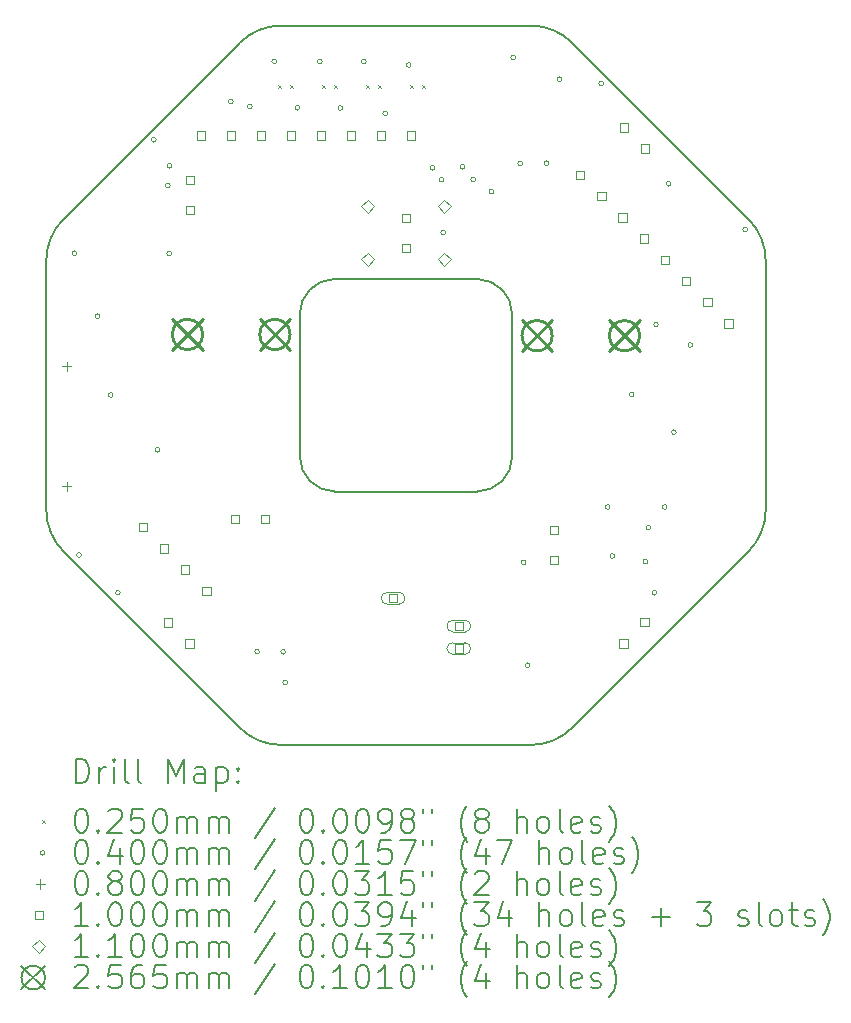
<source format=gbr>
%TF.GenerationSoftware,KiCad,Pcbnew,7.0.10*%
%TF.CreationDate,2024-07-17T21:57:55-05:00*%
%TF.ProjectId,Swarm Robot,53776172-6d20-4526-9f62-6f742e6b6963,rev?*%
%TF.SameCoordinates,Original*%
%TF.FileFunction,Drillmap*%
%TF.FilePolarity,Positive*%
%FSLAX45Y45*%
G04 Gerber Fmt 4.5, Leading zero omitted, Abs format (unit mm)*
G04 Created by KiCad (PCBNEW 7.0.10) date 2024-07-17 21:57:55*
%MOMM*%
%LPD*%
G01*
G04 APERTURE LIST*
%ADD10C,0.200000*%
%ADD11C,0.100000*%
%ADD12C,0.110000*%
%ADD13C,0.256540*%
G04 APERTURE END LIST*
D10*
X14400000Y-9100000D02*
G75*
G03*
X14100000Y-9400000I0J-300000D01*
G01*
X13592022Y-7100840D02*
X12100840Y-8592022D01*
X18045606Y-11054425D02*
X18045606Y-8945575D01*
X17899158Y-11407976D02*
G75*
G03*
X18045606Y-11054425I-353578J353566D01*
G01*
X16407978Y-12899160D02*
X17899160Y-11407978D01*
X14100000Y-9400000D02*
X14100000Y-10600000D01*
X16054425Y-13045611D02*
G75*
G03*
X16407978Y-12899160I-5J500001D01*
G01*
X13945575Y-6954389D02*
G75*
G03*
X13592022Y-7100840I5J-500001D01*
G01*
X17899160Y-8592022D02*
X16407978Y-7100840D01*
X14400000Y-10900000D02*
X15600000Y-10900000D01*
X16407975Y-7100843D02*
G75*
G03*
X16054425Y-6954394I-353555J-353547D01*
G01*
X15600000Y-9100000D02*
X14400000Y-9100000D01*
X12100843Y-8592025D02*
G75*
G03*
X11954394Y-8945575I353547J-353555D01*
G01*
X11954394Y-8945575D02*
X11954394Y-11054425D01*
X18045611Y-8945575D02*
G75*
G03*
X17899160Y-8592022I-500001J-5D01*
G01*
X16054425Y-6954394D02*
X13945575Y-6954394D01*
X14100000Y-10600000D02*
G75*
G03*
X14400000Y-10900000I300000J0D01*
G01*
X12100840Y-11407978D02*
X13592022Y-12899160D01*
X15600000Y-10900000D02*
G75*
G03*
X15900000Y-10600000I0J300000D01*
G01*
X15900000Y-9400000D02*
G75*
G03*
X15600000Y-9100000I-300000J0D01*
G01*
X15900000Y-10600000D02*
X15900000Y-9400000D01*
X11954389Y-11054425D02*
G75*
G03*
X12100840Y-11407978I500001J5D01*
G01*
X13592025Y-12899157D02*
G75*
G03*
X13945575Y-13045606I353555J353547D01*
G01*
X13945575Y-13045606D02*
X16054425Y-13045606D01*
D11*
X13918625Y-7458875D02*
X13943625Y-7483875D01*
X13943625Y-7458875D02*
X13918625Y-7483875D01*
X14018625Y-7458875D02*
X14043625Y-7483875D01*
X14043625Y-7458875D02*
X14018625Y-7483875D01*
X14292625Y-7458875D02*
X14317625Y-7483875D01*
X14317625Y-7458875D02*
X14292625Y-7483875D01*
X14392625Y-7458875D02*
X14417625Y-7483875D01*
X14417625Y-7458875D02*
X14392625Y-7483875D01*
X14661625Y-7458875D02*
X14686625Y-7483875D01*
X14686625Y-7458875D02*
X14661625Y-7483875D01*
X14761625Y-7458875D02*
X14786625Y-7483875D01*
X14786625Y-7458875D02*
X14761625Y-7483875D01*
X15033625Y-7459875D02*
X15058625Y-7484875D01*
X15058625Y-7459875D02*
X15033625Y-7484875D01*
X15133625Y-7459875D02*
X15158625Y-7484875D01*
X15158625Y-7459875D02*
X15133625Y-7484875D01*
X12212000Y-8882000D02*
G75*
G03*
X12172000Y-8882000I-20000J0D01*
G01*
X12172000Y-8882000D02*
G75*
G03*
X12212000Y-8882000I20000J0D01*
G01*
X12252000Y-11437000D02*
G75*
G03*
X12212000Y-11437000I-20000J0D01*
G01*
X12212000Y-11437000D02*
G75*
G03*
X12252000Y-11437000I20000J0D01*
G01*
X12409000Y-9415000D02*
G75*
G03*
X12369000Y-9415000I-20000J0D01*
G01*
X12369000Y-9415000D02*
G75*
G03*
X12409000Y-9415000I20000J0D01*
G01*
X12520000Y-10082000D02*
G75*
G03*
X12480000Y-10082000I-20000J0D01*
G01*
X12480000Y-10082000D02*
G75*
G03*
X12520000Y-10082000I20000J0D01*
G01*
X12581000Y-11757000D02*
G75*
G03*
X12541000Y-11757000I-20000J0D01*
G01*
X12541000Y-11757000D02*
G75*
G03*
X12581000Y-11757000I20000J0D01*
G01*
X12885000Y-7922000D02*
G75*
G03*
X12845000Y-7922000I-20000J0D01*
G01*
X12845000Y-7922000D02*
G75*
G03*
X12885000Y-7922000I20000J0D01*
G01*
X12916000Y-10547000D02*
G75*
G03*
X12876000Y-10547000I-20000J0D01*
G01*
X12876000Y-10547000D02*
G75*
G03*
X12916000Y-10547000I20000J0D01*
G01*
X13003000Y-8310000D02*
G75*
G03*
X12963000Y-8310000I-20000J0D01*
G01*
X12963000Y-8310000D02*
G75*
G03*
X13003000Y-8310000I20000J0D01*
G01*
X13016000Y-8884000D02*
G75*
G03*
X12976000Y-8884000I-20000J0D01*
G01*
X12976000Y-8884000D02*
G75*
G03*
X13016000Y-8884000I20000J0D01*
G01*
X13017000Y-8143000D02*
G75*
G03*
X12977000Y-8143000I-20000J0D01*
G01*
X12977000Y-8143000D02*
G75*
G03*
X13017000Y-8143000I20000J0D01*
G01*
X13536000Y-7596500D02*
G75*
G03*
X13496000Y-7596500I-20000J0D01*
G01*
X13496000Y-7596500D02*
G75*
G03*
X13536000Y-7596500I20000J0D01*
G01*
X13698000Y-7641500D02*
G75*
G03*
X13658000Y-7641500I-20000J0D01*
G01*
X13658000Y-7641500D02*
G75*
G03*
X13698000Y-7641500I20000J0D01*
G01*
X13760000Y-12256000D02*
G75*
G03*
X13720000Y-12256000I-20000J0D01*
G01*
X13720000Y-12256000D02*
G75*
G03*
X13760000Y-12256000I20000J0D01*
G01*
X13905000Y-7257000D02*
G75*
G03*
X13865000Y-7257000I-20000J0D01*
G01*
X13865000Y-7257000D02*
G75*
G03*
X13905000Y-7257000I20000J0D01*
G01*
X13980000Y-12257000D02*
G75*
G03*
X13940000Y-12257000I-20000J0D01*
G01*
X13940000Y-12257000D02*
G75*
G03*
X13980000Y-12257000I20000J0D01*
G01*
X13998000Y-12515000D02*
G75*
G03*
X13958000Y-12515000I-20000J0D01*
G01*
X13958000Y-12515000D02*
G75*
G03*
X13998000Y-12515000I20000J0D01*
G01*
X14099919Y-7650303D02*
G75*
G03*
X14059919Y-7650303I-20000J0D01*
G01*
X14059919Y-7650303D02*
G75*
G03*
X14099919Y-7650303I20000J0D01*
G01*
X14290941Y-7257941D02*
G75*
G03*
X14250941Y-7257941I-20000J0D01*
G01*
X14250941Y-7257941D02*
G75*
G03*
X14290941Y-7257941I20000J0D01*
G01*
X14464322Y-7652566D02*
G75*
G03*
X14424322Y-7652566I-20000J0D01*
G01*
X14424322Y-7652566D02*
G75*
G03*
X14464322Y-7652566I20000J0D01*
G01*
X14662441Y-7257441D02*
G75*
G03*
X14622441Y-7257441I-20000J0D01*
G01*
X14622441Y-7257441D02*
G75*
G03*
X14662441Y-7257441I20000J0D01*
G01*
X14844000Y-7697000D02*
G75*
G03*
X14804000Y-7697000I-20000J0D01*
G01*
X14804000Y-7697000D02*
G75*
G03*
X14844000Y-7697000I20000J0D01*
G01*
X15043000Y-7288625D02*
G75*
G03*
X15003000Y-7288625I-20000J0D01*
G01*
X15003000Y-7288625D02*
G75*
G03*
X15043000Y-7288625I20000J0D01*
G01*
X15245000Y-8158000D02*
G75*
G03*
X15205000Y-8158000I-20000J0D01*
G01*
X15205000Y-8158000D02*
G75*
G03*
X15245000Y-8158000I20000J0D01*
G01*
X15321000Y-8259000D02*
G75*
G03*
X15281000Y-8259000I-20000J0D01*
G01*
X15281000Y-8259000D02*
G75*
G03*
X15321000Y-8259000I20000J0D01*
G01*
X15335000Y-8705000D02*
G75*
G03*
X15295000Y-8705000I-20000J0D01*
G01*
X15295000Y-8705000D02*
G75*
G03*
X15335000Y-8705000I20000J0D01*
G01*
X15498000Y-8151000D02*
G75*
G03*
X15458000Y-8151000I-20000J0D01*
G01*
X15458000Y-8151000D02*
G75*
G03*
X15498000Y-8151000I20000J0D01*
G01*
X15589000Y-8256000D02*
G75*
G03*
X15549000Y-8256000I-20000J0D01*
G01*
X15549000Y-8256000D02*
G75*
G03*
X15589000Y-8256000I20000J0D01*
G01*
X15744000Y-8360000D02*
G75*
G03*
X15704000Y-8360000I-20000J0D01*
G01*
X15704000Y-8360000D02*
G75*
G03*
X15744000Y-8360000I20000J0D01*
G01*
X15928000Y-7224000D02*
G75*
G03*
X15888000Y-7224000I-20000J0D01*
G01*
X15888000Y-7224000D02*
G75*
G03*
X15928000Y-7224000I20000J0D01*
G01*
X15986625Y-8121211D02*
G75*
G03*
X15946625Y-8121211I-20000J0D01*
G01*
X15946625Y-8121211D02*
G75*
G03*
X15986625Y-8121211I20000J0D01*
G01*
X16015500Y-11500000D02*
G75*
G03*
X15975500Y-11500000I-20000J0D01*
G01*
X15975500Y-11500000D02*
G75*
G03*
X16015500Y-11500000I20000J0D01*
G01*
X16050000Y-12371000D02*
G75*
G03*
X16010000Y-12371000I-20000J0D01*
G01*
X16010000Y-12371000D02*
G75*
G03*
X16050000Y-12371000I20000J0D01*
G01*
X16210000Y-8120000D02*
G75*
G03*
X16170000Y-8120000I-20000J0D01*
G01*
X16170000Y-8120000D02*
G75*
G03*
X16210000Y-8120000I20000J0D01*
G01*
X16321000Y-7408000D02*
G75*
G03*
X16281000Y-7408000I-20000J0D01*
G01*
X16281000Y-7408000D02*
G75*
G03*
X16321000Y-7408000I20000J0D01*
G01*
X16673000Y-7445000D02*
G75*
G03*
X16633000Y-7445000I-20000J0D01*
G01*
X16633000Y-7445000D02*
G75*
G03*
X16673000Y-7445000I20000J0D01*
G01*
X16728000Y-11030500D02*
G75*
G03*
X16688000Y-11030500I-20000J0D01*
G01*
X16688000Y-11030500D02*
G75*
G03*
X16728000Y-11030500I20000J0D01*
G01*
X16767000Y-11446000D02*
G75*
G03*
X16727000Y-11446000I-20000J0D01*
G01*
X16727000Y-11446000D02*
G75*
G03*
X16767000Y-11446000I20000J0D01*
G01*
X16931000Y-10079000D02*
G75*
G03*
X16891000Y-10079000I-20000J0D01*
G01*
X16891000Y-10079000D02*
G75*
G03*
X16931000Y-10079000I20000J0D01*
G01*
X17048000Y-11492428D02*
G75*
G03*
X17008000Y-11492428I-20000J0D01*
G01*
X17008000Y-11492428D02*
G75*
G03*
X17048000Y-11492428I20000J0D01*
G01*
X17072000Y-11206000D02*
G75*
G03*
X17032000Y-11206000I-20000J0D01*
G01*
X17032000Y-11206000D02*
G75*
G03*
X17072000Y-11206000I20000J0D01*
G01*
X17122015Y-11757515D02*
G75*
G03*
X17082015Y-11757515I-20000J0D01*
G01*
X17082015Y-11757515D02*
G75*
G03*
X17122015Y-11757515I20000J0D01*
G01*
X17137000Y-9485000D02*
G75*
G03*
X17097000Y-9485000I-20000J0D01*
G01*
X17097000Y-9485000D02*
G75*
G03*
X17137000Y-9485000I20000J0D01*
G01*
X17210000Y-11030500D02*
G75*
G03*
X17170000Y-11030500I-20000J0D01*
G01*
X17170000Y-11030500D02*
G75*
G03*
X17210000Y-11030500I20000J0D01*
G01*
X17243740Y-8293319D02*
G75*
G03*
X17203740Y-8293319I-20000J0D01*
G01*
X17203740Y-8293319D02*
G75*
G03*
X17243740Y-8293319I20000J0D01*
G01*
X17288000Y-10397000D02*
G75*
G03*
X17248000Y-10397000I-20000J0D01*
G01*
X17248000Y-10397000D02*
G75*
G03*
X17288000Y-10397000I20000J0D01*
G01*
X17428000Y-9659000D02*
G75*
G03*
X17388000Y-9659000I-20000J0D01*
G01*
X17388000Y-9659000D02*
G75*
G03*
X17428000Y-9659000I20000J0D01*
G01*
X17893000Y-8681000D02*
G75*
G03*
X17853000Y-8681000I-20000J0D01*
G01*
X17853000Y-8681000D02*
G75*
G03*
X17893000Y-8681000I20000J0D01*
G01*
X12127000Y-9800000D02*
X12127000Y-9880000D01*
X12087000Y-9840000D02*
X12167000Y-9840000D01*
X12127000Y-10816000D02*
X12127000Y-10896000D01*
X12087000Y-10856000D02*
X12167000Y-10856000D01*
X12806655Y-11236655D02*
X12806655Y-11165944D01*
X12735944Y-11165944D01*
X12735944Y-11236655D01*
X12806655Y-11236655D01*
X12986260Y-11416260D02*
X12986260Y-11345549D01*
X12915549Y-11345549D01*
X12915549Y-11416260D01*
X12986260Y-11416260D01*
X13022751Y-12042751D02*
X13022751Y-11972039D01*
X12952039Y-11972039D01*
X12952039Y-12042751D01*
X13022751Y-12042751D01*
X13165865Y-11595865D02*
X13165865Y-11525154D01*
X13095154Y-11525154D01*
X13095154Y-11595865D01*
X13165865Y-11595865D01*
X13202356Y-12222356D02*
X13202356Y-12151644D01*
X13131644Y-12151644D01*
X13131644Y-12222356D01*
X13202356Y-12222356D01*
X13208356Y-8295356D02*
X13208356Y-8224644D01*
X13137644Y-8224644D01*
X13137644Y-8295356D01*
X13208356Y-8295356D01*
X13208356Y-8549356D02*
X13208356Y-8478644D01*
X13137644Y-8478644D01*
X13137644Y-8549356D01*
X13208356Y-8549356D01*
X13297356Y-7919356D02*
X13297356Y-7848644D01*
X13226644Y-7848644D01*
X13226644Y-7919356D01*
X13297356Y-7919356D01*
X13345470Y-11775470D02*
X13345470Y-11704759D01*
X13274759Y-11704759D01*
X13274759Y-11775470D01*
X13345470Y-11775470D01*
X13551356Y-7919356D02*
X13551356Y-7848644D01*
X13480644Y-7848644D01*
X13480644Y-7919356D01*
X13551356Y-7919356D01*
X13590356Y-11170356D02*
X13590356Y-11099644D01*
X13519644Y-11099644D01*
X13519644Y-11170356D01*
X13590356Y-11170356D01*
X13805356Y-7919356D02*
X13805356Y-7848644D01*
X13734644Y-7848644D01*
X13734644Y-7919356D01*
X13805356Y-7919356D01*
X13844356Y-11170356D02*
X13844356Y-11099644D01*
X13773644Y-11099644D01*
X13773644Y-11170356D01*
X13844356Y-11170356D01*
X14059356Y-7919356D02*
X14059356Y-7848644D01*
X13988644Y-7848644D01*
X13988644Y-7919356D01*
X14059356Y-7919356D01*
X14313356Y-7919356D02*
X14313356Y-7848644D01*
X14242644Y-7848644D01*
X14242644Y-7919356D01*
X14313356Y-7919356D01*
X14567356Y-7919356D02*
X14567356Y-7848644D01*
X14496644Y-7848644D01*
X14496644Y-7919356D01*
X14567356Y-7919356D01*
X14821356Y-7919356D02*
X14821356Y-7848644D01*
X14750644Y-7848644D01*
X14750644Y-7919356D01*
X14821356Y-7919356D01*
X14926956Y-11838631D02*
X14926956Y-11767919D01*
X14856244Y-11767919D01*
X14856244Y-11838631D01*
X14926956Y-11838631D01*
X14941600Y-11753275D02*
X14841600Y-11753275D01*
X14841600Y-11753275D02*
G75*
G03*
X14841600Y-11853275I0J-50000D01*
G01*
X14841600Y-11853275D02*
X14941600Y-11853275D01*
X14941600Y-11853275D02*
G75*
G03*
X14941600Y-11753275I0J50000D01*
G01*
X15035356Y-8618856D02*
X15035356Y-8548144D01*
X14964644Y-8548144D01*
X14964644Y-8618856D01*
X15035356Y-8618856D01*
X15035356Y-8872856D02*
X15035356Y-8802144D01*
X14964644Y-8802144D01*
X14964644Y-8872856D01*
X15035356Y-8872856D01*
X15075356Y-7919356D02*
X15075356Y-7848644D01*
X15004644Y-7848644D01*
X15004644Y-7919356D01*
X15075356Y-7919356D01*
X15482456Y-12073131D02*
X15482456Y-12002419D01*
X15411744Y-12002419D01*
X15411744Y-12073131D01*
X15482456Y-12073131D01*
X15497100Y-11987775D02*
X15397100Y-11987775D01*
X15397100Y-11987775D02*
G75*
G03*
X15397100Y-12087775I0J-50000D01*
G01*
X15397100Y-12087775D02*
X15497100Y-12087775D01*
X15497100Y-12087775D02*
G75*
G03*
X15497100Y-11987775I0J50000D01*
G01*
X15482456Y-12263631D02*
X15482456Y-12192919D01*
X15411744Y-12192919D01*
X15411744Y-12263631D01*
X15482456Y-12263631D01*
X15497100Y-12178275D02*
X15397100Y-12178275D01*
X15397100Y-12178275D02*
G75*
G03*
X15397100Y-12278275I0J-50000D01*
G01*
X15397100Y-12278275D02*
X15497100Y-12278275D01*
X15497100Y-12278275D02*
G75*
G03*
X15497100Y-12178275I0J50000D01*
G01*
X16288356Y-11262856D02*
X16288356Y-11192144D01*
X16217644Y-11192144D01*
X16217644Y-11262856D01*
X16288356Y-11262856D01*
X16288356Y-11516856D02*
X16288356Y-11446144D01*
X16217644Y-11446144D01*
X16217644Y-11516856D01*
X16288356Y-11516856D01*
X16510145Y-8255145D02*
X16510145Y-8184434D01*
X16439434Y-8184434D01*
X16439434Y-8255145D01*
X16510145Y-8255145D01*
X16689751Y-8434751D02*
X16689751Y-8364039D01*
X16619039Y-8364039D01*
X16619039Y-8434751D01*
X16689751Y-8434751D01*
X16869356Y-8614356D02*
X16869356Y-8543644D01*
X16798644Y-8543644D01*
X16798644Y-8614356D01*
X16869356Y-8614356D01*
X16876751Y-12220961D02*
X16876751Y-12150249D01*
X16806039Y-12150249D01*
X16806039Y-12220961D01*
X16876751Y-12220961D01*
X16880356Y-7852356D02*
X16880356Y-7781644D01*
X16809644Y-7781644D01*
X16809644Y-7852356D01*
X16880356Y-7852356D01*
X17048961Y-8793961D02*
X17048961Y-8723250D01*
X16978250Y-8723250D01*
X16978250Y-8793961D01*
X17048961Y-8793961D01*
X17056356Y-12041356D02*
X17056356Y-11970644D01*
X16985644Y-11970644D01*
X16985644Y-12041356D01*
X17056356Y-12041356D01*
X17059961Y-8031961D02*
X17059961Y-7961249D01*
X16989249Y-7961249D01*
X16989249Y-8031961D01*
X17059961Y-8031961D01*
X17228566Y-8973566D02*
X17228566Y-8902855D01*
X17157855Y-8902855D01*
X17157855Y-8973566D01*
X17228566Y-8973566D01*
X17408171Y-9153171D02*
X17408171Y-9082460D01*
X17337460Y-9082460D01*
X17337460Y-9153171D01*
X17408171Y-9153171D01*
X17587776Y-9332776D02*
X17587776Y-9262065D01*
X17517065Y-9262065D01*
X17517065Y-9332776D01*
X17587776Y-9332776D01*
X17767381Y-9512381D02*
X17767381Y-9441670D01*
X17696670Y-9441670D01*
X17696670Y-9512381D01*
X17767381Y-9512381D01*
D12*
X14675000Y-8540000D02*
X14730000Y-8485000D01*
X14675000Y-8430000D01*
X14620000Y-8485000D01*
X14675000Y-8540000D01*
X14675000Y-8990000D02*
X14730000Y-8935000D01*
X14675000Y-8880000D01*
X14620000Y-8935000D01*
X14675000Y-8990000D01*
X15325000Y-8540000D02*
X15380000Y-8485000D01*
X15325000Y-8430000D01*
X15270000Y-8485000D01*
X15325000Y-8540000D01*
X15325000Y-8990000D02*
X15380000Y-8935000D01*
X15325000Y-8880000D01*
X15270000Y-8935000D01*
X15325000Y-8990000D01*
D13*
X13021730Y-9441730D02*
X13278270Y-9698270D01*
X13278270Y-9441730D02*
X13021730Y-9698270D01*
X13278270Y-9570000D02*
G75*
G03*
X13021730Y-9570000I-128270J0D01*
G01*
X13021730Y-9570000D02*
G75*
G03*
X13278270Y-9570000I128270J0D01*
G01*
X13761730Y-9441730D02*
X14018270Y-9698270D01*
X14018270Y-9441730D02*
X13761730Y-9698270D01*
X14018270Y-9570000D02*
G75*
G03*
X13761730Y-9570000I-128270J0D01*
G01*
X13761730Y-9570000D02*
G75*
G03*
X14018270Y-9570000I128270J0D01*
G01*
X15981730Y-9451730D02*
X16238270Y-9708270D01*
X16238270Y-9451730D02*
X15981730Y-9708270D01*
X16238270Y-9580000D02*
G75*
G03*
X15981730Y-9580000I-128270J0D01*
G01*
X15981730Y-9580000D02*
G75*
G03*
X16238270Y-9580000I128270J0D01*
G01*
X16721730Y-9451730D02*
X16978270Y-9708270D01*
X16978270Y-9451730D02*
X16721730Y-9708270D01*
X16978270Y-9580000D02*
G75*
G03*
X16721730Y-9580000I-128270J0D01*
G01*
X16721730Y-9580000D02*
G75*
G03*
X16978270Y-9580000I128270J0D01*
G01*
D10*
X12205170Y-13367090D02*
X12205170Y-13167090D01*
X12205170Y-13167090D02*
X12252789Y-13167090D01*
X12252789Y-13167090D02*
X12281361Y-13176614D01*
X12281361Y-13176614D02*
X12300408Y-13195662D01*
X12300408Y-13195662D02*
X12309932Y-13214709D01*
X12309932Y-13214709D02*
X12319456Y-13252804D01*
X12319456Y-13252804D02*
X12319456Y-13281376D01*
X12319456Y-13281376D02*
X12309932Y-13319471D01*
X12309932Y-13319471D02*
X12300408Y-13338519D01*
X12300408Y-13338519D02*
X12281361Y-13357566D01*
X12281361Y-13357566D02*
X12252789Y-13367090D01*
X12252789Y-13367090D02*
X12205170Y-13367090D01*
X12405170Y-13367090D02*
X12405170Y-13233757D01*
X12405170Y-13271852D02*
X12414694Y-13252804D01*
X12414694Y-13252804D02*
X12424218Y-13243281D01*
X12424218Y-13243281D02*
X12443266Y-13233757D01*
X12443266Y-13233757D02*
X12462313Y-13233757D01*
X12528980Y-13367090D02*
X12528980Y-13233757D01*
X12528980Y-13167090D02*
X12519456Y-13176614D01*
X12519456Y-13176614D02*
X12528980Y-13186138D01*
X12528980Y-13186138D02*
X12538504Y-13176614D01*
X12538504Y-13176614D02*
X12528980Y-13167090D01*
X12528980Y-13167090D02*
X12528980Y-13186138D01*
X12652789Y-13367090D02*
X12633742Y-13357566D01*
X12633742Y-13357566D02*
X12624218Y-13338519D01*
X12624218Y-13338519D02*
X12624218Y-13167090D01*
X12757551Y-13367090D02*
X12738504Y-13357566D01*
X12738504Y-13357566D02*
X12728980Y-13338519D01*
X12728980Y-13338519D02*
X12728980Y-13167090D01*
X12986123Y-13367090D02*
X12986123Y-13167090D01*
X12986123Y-13167090D02*
X13052789Y-13309947D01*
X13052789Y-13309947D02*
X13119456Y-13167090D01*
X13119456Y-13167090D02*
X13119456Y-13367090D01*
X13300408Y-13367090D02*
X13300408Y-13262328D01*
X13300408Y-13262328D02*
X13290885Y-13243281D01*
X13290885Y-13243281D02*
X13271837Y-13233757D01*
X13271837Y-13233757D02*
X13233742Y-13233757D01*
X13233742Y-13233757D02*
X13214694Y-13243281D01*
X13300408Y-13357566D02*
X13281361Y-13367090D01*
X13281361Y-13367090D02*
X13233742Y-13367090D01*
X13233742Y-13367090D02*
X13214694Y-13357566D01*
X13214694Y-13357566D02*
X13205170Y-13338519D01*
X13205170Y-13338519D02*
X13205170Y-13319471D01*
X13205170Y-13319471D02*
X13214694Y-13300423D01*
X13214694Y-13300423D02*
X13233742Y-13290900D01*
X13233742Y-13290900D02*
X13281361Y-13290900D01*
X13281361Y-13290900D02*
X13300408Y-13281376D01*
X13395647Y-13233757D02*
X13395647Y-13433757D01*
X13395647Y-13243281D02*
X13414694Y-13233757D01*
X13414694Y-13233757D02*
X13452789Y-13233757D01*
X13452789Y-13233757D02*
X13471837Y-13243281D01*
X13471837Y-13243281D02*
X13481361Y-13252804D01*
X13481361Y-13252804D02*
X13490885Y-13271852D01*
X13490885Y-13271852D02*
X13490885Y-13328995D01*
X13490885Y-13328995D02*
X13481361Y-13348042D01*
X13481361Y-13348042D02*
X13471837Y-13357566D01*
X13471837Y-13357566D02*
X13452789Y-13367090D01*
X13452789Y-13367090D02*
X13414694Y-13367090D01*
X13414694Y-13367090D02*
X13395647Y-13357566D01*
X13576599Y-13348042D02*
X13586123Y-13357566D01*
X13586123Y-13357566D02*
X13576599Y-13367090D01*
X13576599Y-13367090D02*
X13567075Y-13357566D01*
X13567075Y-13357566D02*
X13576599Y-13348042D01*
X13576599Y-13348042D02*
X13576599Y-13367090D01*
X13576599Y-13243281D02*
X13586123Y-13252804D01*
X13586123Y-13252804D02*
X13576599Y-13262328D01*
X13576599Y-13262328D02*
X13567075Y-13252804D01*
X13567075Y-13252804D02*
X13576599Y-13243281D01*
X13576599Y-13243281D02*
X13576599Y-13262328D01*
D11*
X11919394Y-13683106D02*
X11944394Y-13708106D01*
X11944394Y-13683106D02*
X11919394Y-13708106D01*
D10*
X12243266Y-13587090D02*
X12262313Y-13587090D01*
X12262313Y-13587090D02*
X12281361Y-13596614D01*
X12281361Y-13596614D02*
X12290885Y-13606138D01*
X12290885Y-13606138D02*
X12300408Y-13625185D01*
X12300408Y-13625185D02*
X12309932Y-13663281D01*
X12309932Y-13663281D02*
X12309932Y-13710900D01*
X12309932Y-13710900D02*
X12300408Y-13748995D01*
X12300408Y-13748995D02*
X12290885Y-13768042D01*
X12290885Y-13768042D02*
X12281361Y-13777566D01*
X12281361Y-13777566D02*
X12262313Y-13787090D01*
X12262313Y-13787090D02*
X12243266Y-13787090D01*
X12243266Y-13787090D02*
X12224218Y-13777566D01*
X12224218Y-13777566D02*
X12214694Y-13768042D01*
X12214694Y-13768042D02*
X12205170Y-13748995D01*
X12205170Y-13748995D02*
X12195647Y-13710900D01*
X12195647Y-13710900D02*
X12195647Y-13663281D01*
X12195647Y-13663281D02*
X12205170Y-13625185D01*
X12205170Y-13625185D02*
X12214694Y-13606138D01*
X12214694Y-13606138D02*
X12224218Y-13596614D01*
X12224218Y-13596614D02*
X12243266Y-13587090D01*
X12395647Y-13768042D02*
X12405170Y-13777566D01*
X12405170Y-13777566D02*
X12395647Y-13787090D01*
X12395647Y-13787090D02*
X12386123Y-13777566D01*
X12386123Y-13777566D02*
X12395647Y-13768042D01*
X12395647Y-13768042D02*
X12395647Y-13787090D01*
X12481361Y-13606138D02*
X12490885Y-13596614D01*
X12490885Y-13596614D02*
X12509932Y-13587090D01*
X12509932Y-13587090D02*
X12557551Y-13587090D01*
X12557551Y-13587090D02*
X12576599Y-13596614D01*
X12576599Y-13596614D02*
X12586123Y-13606138D01*
X12586123Y-13606138D02*
X12595647Y-13625185D01*
X12595647Y-13625185D02*
X12595647Y-13644233D01*
X12595647Y-13644233D02*
X12586123Y-13672804D01*
X12586123Y-13672804D02*
X12471837Y-13787090D01*
X12471837Y-13787090D02*
X12595647Y-13787090D01*
X12776599Y-13587090D02*
X12681361Y-13587090D01*
X12681361Y-13587090D02*
X12671837Y-13682328D01*
X12671837Y-13682328D02*
X12681361Y-13672804D01*
X12681361Y-13672804D02*
X12700408Y-13663281D01*
X12700408Y-13663281D02*
X12748028Y-13663281D01*
X12748028Y-13663281D02*
X12767075Y-13672804D01*
X12767075Y-13672804D02*
X12776599Y-13682328D01*
X12776599Y-13682328D02*
X12786123Y-13701376D01*
X12786123Y-13701376D02*
X12786123Y-13748995D01*
X12786123Y-13748995D02*
X12776599Y-13768042D01*
X12776599Y-13768042D02*
X12767075Y-13777566D01*
X12767075Y-13777566D02*
X12748028Y-13787090D01*
X12748028Y-13787090D02*
X12700408Y-13787090D01*
X12700408Y-13787090D02*
X12681361Y-13777566D01*
X12681361Y-13777566D02*
X12671837Y-13768042D01*
X12909932Y-13587090D02*
X12928980Y-13587090D01*
X12928980Y-13587090D02*
X12948028Y-13596614D01*
X12948028Y-13596614D02*
X12957551Y-13606138D01*
X12957551Y-13606138D02*
X12967075Y-13625185D01*
X12967075Y-13625185D02*
X12976599Y-13663281D01*
X12976599Y-13663281D02*
X12976599Y-13710900D01*
X12976599Y-13710900D02*
X12967075Y-13748995D01*
X12967075Y-13748995D02*
X12957551Y-13768042D01*
X12957551Y-13768042D02*
X12948028Y-13777566D01*
X12948028Y-13777566D02*
X12928980Y-13787090D01*
X12928980Y-13787090D02*
X12909932Y-13787090D01*
X12909932Y-13787090D02*
X12890885Y-13777566D01*
X12890885Y-13777566D02*
X12881361Y-13768042D01*
X12881361Y-13768042D02*
X12871837Y-13748995D01*
X12871837Y-13748995D02*
X12862313Y-13710900D01*
X12862313Y-13710900D02*
X12862313Y-13663281D01*
X12862313Y-13663281D02*
X12871837Y-13625185D01*
X12871837Y-13625185D02*
X12881361Y-13606138D01*
X12881361Y-13606138D02*
X12890885Y-13596614D01*
X12890885Y-13596614D02*
X12909932Y-13587090D01*
X13062313Y-13787090D02*
X13062313Y-13653757D01*
X13062313Y-13672804D02*
X13071837Y-13663281D01*
X13071837Y-13663281D02*
X13090885Y-13653757D01*
X13090885Y-13653757D02*
X13119456Y-13653757D01*
X13119456Y-13653757D02*
X13138504Y-13663281D01*
X13138504Y-13663281D02*
X13148028Y-13682328D01*
X13148028Y-13682328D02*
X13148028Y-13787090D01*
X13148028Y-13682328D02*
X13157551Y-13663281D01*
X13157551Y-13663281D02*
X13176599Y-13653757D01*
X13176599Y-13653757D02*
X13205170Y-13653757D01*
X13205170Y-13653757D02*
X13224218Y-13663281D01*
X13224218Y-13663281D02*
X13233742Y-13682328D01*
X13233742Y-13682328D02*
X13233742Y-13787090D01*
X13328980Y-13787090D02*
X13328980Y-13653757D01*
X13328980Y-13672804D02*
X13338504Y-13663281D01*
X13338504Y-13663281D02*
X13357551Y-13653757D01*
X13357551Y-13653757D02*
X13386123Y-13653757D01*
X13386123Y-13653757D02*
X13405170Y-13663281D01*
X13405170Y-13663281D02*
X13414694Y-13682328D01*
X13414694Y-13682328D02*
X13414694Y-13787090D01*
X13414694Y-13682328D02*
X13424218Y-13663281D01*
X13424218Y-13663281D02*
X13443266Y-13653757D01*
X13443266Y-13653757D02*
X13471837Y-13653757D01*
X13471837Y-13653757D02*
X13490885Y-13663281D01*
X13490885Y-13663281D02*
X13500409Y-13682328D01*
X13500409Y-13682328D02*
X13500409Y-13787090D01*
X13890885Y-13577566D02*
X13719456Y-13834709D01*
X14148028Y-13587090D02*
X14167075Y-13587090D01*
X14167075Y-13587090D02*
X14186123Y-13596614D01*
X14186123Y-13596614D02*
X14195647Y-13606138D01*
X14195647Y-13606138D02*
X14205171Y-13625185D01*
X14205171Y-13625185D02*
X14214694Y-13663281D01*
X14214694Y-13663281D02*
X14214694Y-13710900D01*
X14214694Y-13710900D02*
X14205171Y-13748995D01*
X14205171Y-13748995D02*
X14195647Y-13768042D01*
X14195647Y-13768042D02*
X14186123Y-13777566D01*
X14186123Y-13777566D02*
X14167075Y-13787090D01*
X14167075Y-13787090D02*
X14148028Y-13787090D01*
X14148028Y-13787090D02*
X14128980Y-13777566D01*
X14128980Y-13777566D02*
X14119456Y-13768042D01*
X14119456Y-13768042D02*
X14109932Y-13748995D01*
X14109932Y-13748995D02*
X14100409Y-13710900D01*
X14100409Y-13710900D02*
X14100409Y-13663281D01*
X14100409Y-13663281D02*
X14109932Y-13625185D01*
X14109932Y-13625185D02*
X14119456Y-13606138D01*
X14119456Y-13606138D02*
X14128980Y-13596614D01*
X14128980Y-13596614D02*
X14148028Y-13587090D01*
X14300409Y-13768042D02*
X14309932Y-13777566D01*
X14309932Y-13777566D02*
X14300409Y-13787090D01*
X14300409Y-13787090D02*
X14290885Y-13777566D01*
X14290885Y-13777566D02*
X14300409Y-13768042D01*
X14300409Y-13768042D02*
X14300409Y-13787090D01*
X14433742Y-13587090D02*
X14452790Y-13587090D01*
X14452790Y-13587090D02*
X14471837Y-13596614D01*
X14471837Y-13596614D02*
X14481361Y-13606138D01*
X14481361Y-13606138D02*
X14490885Y-13625185D01*
X14490885Y-13625185D02*
X14500409Y-13663281D01*
X14500409Y-13663281D02*
X14500409Y-13710900D01*
X14500409Y-13710900D02*
X14490885Y-13748995D01*
X14490885Y-13748995D02*
X14481361Y-13768042D01*
X14481361Y-13768042D02*
X14471837Y-13777566D01*
X14471837Y-13777566D02*
X14452790Y-13787090D01*
X14452790Y-13787090D02*
X14433742Y-13787090D01*
X14433742Y-13787090D02*
X14414694Y-13777566D01*
X14414694Y-13777566D02*
X14405171Y-13768042D01*
X14405171Y-13768042D02*
X14395647Y-13748995D01*
X14395647Y-13748995D02*
X14386123Y-13710900D01*
X14386123Y-13710900D02*
X14386123Y-13663281D01*
X14386123Y-13663281D02*
X14395647Y-13625185D01*
X14395647Y-13625185D02*
X14405171Y-13606138D01*
X14405171Y-13606138D02*
X14414694Y-13596614D01*
X14414694Y-13596614D02*
X14433742Y-13587090D01*
X14624218Y-13587090D02*
X14643266Y-13587090D01*
X14643266Y-13587090D02*
X14662313Y-13596614D01*
X14662313Y-13596614D02*
X14671837Y-13606138D01*
X14671837Y-13606138D02*
X14681361Y-13625185D01*
X14681361Y-13625185D02*
X14690885Y-13663281D01*
X14690885Y-13663281D02*
X14690885Y-13710900D01*
X14690885Y-13710900D02*
X14681361Y-13748995D01*
X14681361Y-13748995D02*
X14671837Y-13768042D01*
X14671837Y-13768042D02*
X14662313Y-13777566D01*
X14662313Y-13777566D02*
X14643266Y-13787090D01*
X14643266Y-13787090D02*
X14624218Y-13787090D01*
X14624218Y-13787090D02*
X14605171Y-13777566D01*
X14605171Y-13777566D02*
X14595647Y-13768042D01*
X14595647Y-13768042D02*
X14586123Y-13748995D01*
X14586123Y-13748995D02*
X14576599Y-13710900D01*
X14576599Y-13710900D02*
X14576599Y-13663281D01*
X14576599Y-13663281D02*
X14586123Y-13625185D01*
X14586123Y-13625185D02*
X14595647Y-13606138D01*
X14595647Y-13606138D02*
X14605171Y-13596614D01*
X14605171Y-13596614D02*
X14624218Y-13587090D01*
X14786123Y-13787090D02*
X14824218Y-13787090D01*
X14824218Y-13787090D02*
X14843266Y-13777566D01*
X14843266Y-13777566D02*
X14852790Y-13768042D01*
X14852790Y-13768042D02*
X14871837Y-13739471D01*
X14871837Y-13739471D02*
X14881361Y-13701376D01*
X14881361Y-13701376D02*
X14881361Y-13625185D01*
X14881361Y-13625185D02*
X14871837Y-13606138D01*
X14871837Y-13606138D02*
X14862313Y-13596614D01*
X14862313Y-13596614D02*
X14843266Y-13587090D01*
X14843266Y-13587090D02*
X14805171Y-13587090D01*
X14805171Y-13587090D02*
X14786123Y-13596614D01*
X14786123Y-13596614D02*
X14776599Y-13606138D01*
X14776599Y-13606138D02*
X14767075Y-13625185D01*
X14767075Y-13625185D02*
X14767075Y-13672804D01*
X14767075Y-13672804D02*
X14776599Y-13691852D01*
X14776599Y-13691852D02*
X14786123Y-13701376D01*
X14786123Y-13701376D02*
X14805171Y-13710900D01*
X14805171Y-13710900D02*
X14843266Y-13710900D01*
X14843266Y-13710900D02*
X14862313Y-13701376D01*
X14862313Y-13701376D02*
X14871837Y-13691852D01*
X14871837Y-13691852D02*
X14881361Y-13672804D01*
X14995647Y-13672804D02*
X14976599Y-13663281D01*
X14976599Y-13663281D02*
X14967075Y-13653757D01*
X14967075Y-13653757D02*
X14957552Y-13634709D01*
X14957552Y-13634709D02*
X14957552Y-13625185D01*
X14957552Y-13625185D02*
X14967075Y-13606138D01*
X14967075Y-13606138D02*
X14976599Y-13596614D01*
X14976599Y-13596614D02*
X14995647Y-13587090D01*
X14995647Y-13587090D02*
X15033742Y-13587090D01*
X15033742Y-13587090D02*
X15052790Y-13596614D01*
X15052790Y-13596614D02*
X15062313Y-13606138D01*
X15062313Y-13606138D02*
X15071837Y-13625185D01*
X15071837Y-13625185D02*
X15071837Y-13634709D01*
X15071837Y-13634709D02*
X15062313Y-13653757D01*
X15062313Y-13653757D02*
X15052790Y-13663281D01*
X15052790Y-13663281D02*
X15033742Y-13672804D01*
X15033742Y-13672804D02*
X14995647Y-13672804D01*
X14995647Y-13672804D02*
X14976599Y-13682328D01*
X14976599Y-13682328D02*
X14967075Y-13691852D01*
X14967075Y-13691852D02*
X14957552Y-13710900D01*
X14957552Y-13710900D02*
X14957552Y-13748995D01*
X14957552Y-13748995D02*
X14967075Y-13768042D01*
X14967075Y-13768042D02*
X14976599Y-13777566D01*
X14976599Y-13777566D02*
X14995647Y-13787090D01*
X14995647Y-13787090D02*
X15033742Y-13787090D01*
X15033742Y-13787090D02*
X15052790Y-13777566D01*
X15052790Y-13777566D02*
X15062313Y-13768042D01*
X15062313Y-13768042D02*
X15071837Y-13748995D01*
X15071837Y-13748995D02*
X15071837Y-13710900D01*
X15071837Y-13710900D02*
X15062313Y-13691852D01*
X15062313Y-13691852D02*
X15052790Y-13682328D01*
X15052790Y-13682328D02*
X15033742Y-13672804D01*
X15148028Y-13587090D02*
X15148028Y-13625185D01*
X15224218Y-13587090D02*
X15224218Y-13625185D01*
X15519456Y-13863281D02*
X15509933Y-13853757D01*
X15509933Y-13853757D02*
X15490885Y-13825185D01*
X15490885Y-13825185D02*
X15481361Y-13806138D01*
X15481361Y-13806138D02*
X15471837Y-13777566D01*
X15471837Y-13777566D02*
X15462314Y-13729947D01*
X15462314Y-13729947D02*
X15462314Y-13691852D01*
X15462314Y-13691852D02*
X15471837Y-13644233D01*
X15471837Y-13644233D02*
X15481361Y-13615662D01*
X15481361Y-13615662D02*
X15490885Y-13596614D01*
X15490885Y-13596614D02*
X15509933Y-13568042D01*
X15509933Y-13568042D02*
X15519456Y-13558519D01*
X15624218Y-13672804D02*
X15605171Y-13663281D01*
X15605171Y-13663281D02*
X15595647Y-13653757D01*
X15595647Y-13653757D02*
X15586123Y-13634709D01*
X15586123Y-13634709D02*
X15586123Y-13625185D01*
X15586123Y-13625185D02*
X15595647Y-13606138D01*
X15595647Y-13606138D02*
X15605171Y-13596614D01*
X15605171Y-13596614D02*
X15624218Y-13587090D01*
X15624218Y-13587090D02*
X15662314Y-13587090D01*
X15662314Y-13587090D02*
X15681361Y-13596614D01*
X15681361Y-13596614D02*
X15690885Y-13606138D01*
X15690885Y-13606138D02*
X15700409Y-13625185D01*
X15700409Y-13625185D02*
X15700409Y-13634709D01*
X15700409Y-13634709D02*
X15690885Y-13653757D01*
X15690885Y-13653757D02*
X15681361Y-13663281D01*
X15681361Y-13663281D02*
X15662314Y-13672804D01*
X15662314Y-13672804D02*
X15624218Y-13672804D01*
X15624218Y-13672804D02*
X15605171Y-13682328D01*
X15605171Y-13682328D02*
X15595647Y-13691852D01*
X15595647Y-13691852D02*
X15586123Y-13710900D01*
X15586123Y-13710900D02*
X15586123Y-13748995D01*
X15586123Y-13748995D02*
X15595647Y-13768042D01*
X15595647Y-13768042D02*
X15605171Y-13777566D01*
X15605171Y-13777566D02*
X15624218Y-13787090D01*
X15624218Y-13787090D02*
X15662314Y-13787090D01*
X15662314Y-13787090D02*
X15681361Y-13777566D01*
X15681361Y-13777566D02*
X15690885Y-13768042D01*
X15690885Y-13768042D02*
X15700409Y-13748995D01*
X15700409Y-13748995D02*
X15700409Y-13710900D01*
X15700409Y-13710900D02*
X15690885Y-13691852D01*
X15690885Y-13691852D02*
X15681361Y-13682328D01*
X15681361Y-13682328D02*
X15662314Y-13672804D01*
X15938504Y-13787090D02*
X15938504Y-13587090D01*
X16024218Y-13787090D02*
X16024218Y-13682328D01*
X16024218Y-13682328D02*
X16014695Y-13663281D01*
X16014695Y-13663281D02*
X15995647Y-13653757D01*
X15995647Y-13653757D02*
X15967075Y-13653757D01*
X15967075Y-13653757D02*
X15948028Y-13663281D01*
X15948028Y-13663281D02*
X15938504Y-13672804D01*
X16148028Y-13787090D02*
X16128980Y-13777566D01*
X16128980Y-13777566D02*
X16119456Y-13768042D01*
X16119456Y-13768042D02*
X16109933Y-13748995D01*
X16109933Y-13748995D02*
X16109933Y-13691852D01*
X16109933Y-13691852D02*
X16119456Y-13672804D01*
X16119456Y-13672804D02*
X16128980Y-13663281D01*
X16128980Y-13663281D02*
X16148028Y-13653757D01*
X16148028Y-13653757D02*
X16176599Y-13653757D01*
X16176599Y-13653757D02*
X16195647Y-13663281D01*
X16195647Y-13663281D02*
X16205171Y-13672804D01*
X16205171Y-13672804D02*
X16214695Y-13691852D01*
X16214695Y-13691852D02*
X16214695Y-13748995D01*
X16214695Y-13748995D02*
X16205171Y-13768042D01*
X16205171Y-13768042D02*
X16195647Y-13777566D01*
X16195647Y-13777566D02*
X16176599Y-13787090D01*
X16176599Y-13787090D02*
X16148028Y-13787090D01*
X16328980Y-13787090D02*
X16309933Y-13777566D01*
X16309933Y-13777566D02*
X16300409Y-13758519D01*
X16300409Y-13758519D02*
X16300409Y-13587090D01*
X16481361Y-13777566D02*
X16462314Y-13787090D01*
X16462314Y-13787090D02*
X16424218Y-13787090D01*
X16424218Y-13787090D02*
X16405171Y-13777566D01*
X16405171Y-13777566D02*
X16395647Y-13758519D01*
X16395647Y-13758519D02*
X16395647Y-13682328D01*
X16395647Y-13682328D02*
X16405171Y-13663281D01*
X16405171Y-13663281D02*
X16424218Y-13653757D01*
X16424218Y-13653757D02*
X16462314Y-13653757D01*
X16462314Y-13653757D02*
X16481361Y-13663281D01*
X16481361Y-13663281D02*
X16490885Y-13682328D01*
X16490885Y-13682328D02*
X16490885Y-13701376D01*
X16490885Y-13701376D02*
X16395647Y-13720423D01*
X16567076Y-13777566D02*
X16586123Y-13787090D01*
X16586123Y-13787090D02*
X16624218Y-13787090D01*
X16624218Y-13787090D02*
X16643266Y-13777566D01*
X16643266Y-13777566D02*
X16652790Y-13758519D01*
X16652790Y-13758519D02*
X16652790Y-13748995D01*
X16652790Y-13748995D02*
X16643266Y-13729947D01*
X16643266Y-13729947D02*
X16624218Y-13720423D01*
X16624218Y-13720423D02*
X16595647Y-13720423D01*
X16595647Y-13720423D02*
X16576599Y-13710900D01*
X16576599Y-13710900D02*
X16567076Y-13691852D01*
X16567076Y-13691852D02*
X16567076Y-13682328D01*
X16567076Y-13682328D02*
X16576599Y-13663281D01*
X16576599Y-13663281D02*
X16595647Y-13653757D01*
X16595647Y-13653757D02*
X16624218Y-13653757D01*
X16624218Y-13653757D02*
X16643266Y-13663281D01*
X16719457Y-13863281D02*
X16728980Y-13853757D01*
X16728980Y-13853757D02*
X16748028Y-13825185D01*
X16748028Y-13825185D02*
X16757552Y-13806138D01*
X16757552Y-13806138D02*
X16767076Y-13777566D01*
X16767076Y-13777566D02*
X16776599Y-13729947D01*
X16776599Y-13729947D02*
X16776599Y-13691852D01*
X16776599Y-13691852D02*
X16767076Y-13644233D01*
X16767076Y-13644233D02*
X16757552Y-13615662D01*
X16757552Y-13615662D02*
X16748028Y-13596614D01*
X16748028Y-13596614D02*
X16728980Y-13568042D01*
X16728980Y-13568042D02*
X16719457Y-13558519D01*
D11*
X11944394Y-13959606D02*
G75*
G03*
X11904394Y-13959606I-20000J0D01*
G01*
X11904394Y-13959606D02*
G75*
G03*
X11944394Y-13959606I20000J0D01*
G01*
D10*
X12243266Y-13851090D02*
X12262313Y-13851090D01*
X12262313Y-13851090D02*
X12281361Y-13860614D01*
X12281361Y-13860614D02*
X12290885Y-13870138D01*
X12290885Y-13870138D02*
X12300408Y-13889185D01*
X12300408Y-13889185D02*
X12309932Y-13927281D01*
X12309932Y-13927281D02*
X12309932Y-13974900D01*
X12309932Y-13974900D02*
X12300408Y-14012995D01*
X12300408Y-14012995D02*
X12290885Y-14032042D01*
X12290885Y-14032042D02*
X12281361Y-14041566D01*
X12281361Y-14041566D02*
X12262313Y-14051090D01*
X12262313Y-14051090D02*
X12243266Y-14051090D01*
X12243266Y-14051090D02*
X12224218Y-14041566D01*
X12224218Y-14041566D02*
X12214694Y-14032042D01*
X12214694Y-14032042D02*
X12205170Y-14012995D01*
X12205170Y-14012995D02*
X12195647Y-13974900D01*
X12195647Y-13974900D02*
X12195647Y-13927281D01*
X12195647Y-13927281D02*
X12205170Y-13889185D01*
X12205170Y-13889185D02*
X12214694Y-13870138D01*
X12214694Y-13870138D02*
X12224218Y-13860614D01*
X12224218Y-13860614D02*
X12243266Y-13851090D01*
X12395647Y-14032042D02*
X12405170Y-14041566D01*
X12405170Y-14041566D02*
X12395647Y-14051090D01*
X12395647Y-14051090D02*
X12386123Y-14041566D01*
X12386123Y-14041566D02*
X12395647Y-14032042D01*
X12395647Y-14032042D02*
X12395647Y-14051090D01*
X12576599Y-13917757D02*
X12576599Y-14051090D01*
X12528980Y-13841566D02*
X12481361Y-13984423D01*
X12481361Y-13984423D02*
X12605170Y-13984423D01*
X12719456Y-13851090D02*
X12738504Y-13851090D01*
X12738504Y-13851090D02*
X12757551Y-13860614D01*
X12757551Y-13860614D02*
X12767075Y-13870138D01*
X12767075Y-13870138D02*
X12776599Y-13889185D01*
X12776599Y-13889185D02*
X12786123Y-13927281D01*
X12786123Y-13927281D02*
X12786123Y-13974900D01*
X12786123Y-13974900D02*
X12776599Y-14012995D01*
X12776599Y-14012995D02*
X12767075Y-14032042D01*
X12767075Y-14032042D02*
X12757551Y-14041566D01*
X12757551Y-14041566D02*
X12738504Y-14051090D01*
X12738504Y-14051090D02*
X12719456Y-14051090D01*
X12719456Y-14051090D02*
X12700408Y-14041566D01*
X12700408Y-14041566D02*
X12690885Y-14032042D01*
X12690885Y-14032042D02*
X12681361Y-14012995D01*
X12681361Y-14012995D02*
X12671837Y-13974900D01*
X12671837Y-13974900D02*
X12671837Y-13927281D01*
X12671837Y-13927281D02*
X12681361Y-13889185D01*
X12681361Y-13889185D02*
X12690885Y-13870138D01*
X12690885Y-13870138D02*
X12700408Y-13860614D01*
X12700408Y-13860614D02*
X12719456Y-13851090D01*
X12909932Y-13851090D02*
X12928980Y-13851090D01*
X12928980Y-13851090D02*
X12948028Y-13860614D01*
X12948028Y-13860614D02*
X12957551Y-13870138D01*
X12957551Y-13870138D02*
X12967075Y-13889185D01*
X12967075Y-13889185D02*
X12976599Y-13927281D01*
X12976599Y-13927281D02*
X12976599Y-13974900D01*
X12976599Y-13974900D02*
X12967075Y-14012995D01*
X12967075Y-14012995D02*
X12957551Y-14032042D01*
X12957551Y-14032042D02*
X12948028Y-14041566D01*
X12948028Y-14041566D02*
X12928980Y-14051090D01*
X12928980Y-14051090D02*
X12909932Y-14051090D01*
X12909932Y-14051090D02*
X12890885Y-14041566D01*
X12890885Y-14041566D02*
X12881361Y-14032042D01*
X12881361Y-14032042D02*
X12871837Y-14012995D01*
X12871837Y-14012995D02*
X12862313Y-13974900D01*
X12862313Y-13974900D02*
X12862313Y-13927281D01*
X12862313Y-13927281D02*
X12871837Y-13889185D01*
X12871837Y-13889185D02*
X12881361Y-13870138D01*
X12881361Y-13870138D02*
X12890885Y-13860614D01*
X12890885Y-13860614D02*
X12909932Y-13851090D01*
X13062313Y-14051090D02*
X13062313Y-13917757D01*
X13062313Y-13936804D02*
X13071837Y-13927281D01*
X13071837Y-13927281D02*
X13090885Y-13917757D01*
X13090885Y-13917757D02*
X13119456Y-13917757D01*
X13119456Y-13917757D02*
X13138504Y-13927281D01*
X13138504Y-13927281D02*
X13148028Y-13946328D01*
X13148028Y-13946328D02*
X13148028Y-14051090D01*
X13148028Y-13946328D02*
X13157551Y-13927281D01*
X13157551Y-13927281D02*
X13176599Y-13917757D01*
X13176599Y-13917757D02*
X13205170Y-13917757D01*
X13205170Y-13917757D02*
X13224218Y-13927281D01*
X13224218Y-13927281D02*
X13233742Y-13946328D01*
X13233742Y-13946328D02*
X13233742Y-14051090D01*
X13328980Y-14051090D02*
X13328980Y-13917757D01*
X13328980Y-13936804D02*
X13338504Y-13927281D01*
X13338504Y-13927281D02*
X13357551Y-13917757D01*
X13357551Y-13917757D02*
X13386123Y-13917757D01*
X13386123Y-13917757D02*
X13405170Y-13927281D01*
X13405170Y-13927281D02*
X13414694Y-13946328D01*
X13414694Y-13946328D02*
X13414694Y-14051090D01*
X13414694Y-13946328D02*
X13424218Y-13927281D01*
X13424218Y-13927281D02*
X13443266Y-13917757D01*
X13443266Y-13917757D02*
X13471837Y-13917757D01*
X13471837Y-13917757D02*
X13490885Y-13927281D01*
X13490885Y-13927281D02*
X13500409Y-13946328D01*
X13500409Y-13946328D02*
X13500409Y-14051090D01*
X13890885Y-13841566D02*
X13719456Y-14098709D01*
X14148028Y-13851090D02*
X14167075Y-13851090D01*
X14167075Y-13851090D02*
X14186123Y-13860614D01*
X14186123Y-13860614D02*
X14195647Y-13870138D01*
X14195647Y-13870138D02*
X14205171Y-13889185D01*
X14205171Y-13889185D02*
X14214694Y-13927281D01*
X14214694Y-13927281D02*
X14214694Y-13974900D01*
X14214694Y-13974900D02*
X14205171Y-14012995D01*
X14205171Y-14012995D02*
X14195647Y-14032042D01*
X14195647Y-14032042D02*
X14186123Y-14041566D01*
X14186123Y-14041566D02*
X14167075Y-14051090D01*
X14167075Y-14051090D02*
X14148028Y-14051090D01*
X14148028Y-14051090D02*
X14128980Y-14041566D01*
X14128980Y-14041566D02*
X14119456Y-14032042D01*
X14119456Y-14032042D02*
X14109932Y-14012995D01*
X14109932Y-14012995D02*
X14100409Y-13974900D01*
X14100409Y-13974900D02*
X14100409Y-13927281D01*
X14100409Y-13927281D02*
X14109932Y-13889185D01*
X14109932Y-13889185D02*
X14119456Y-13870138D01*
X14119456Y-13870138D02*
X14128980Y-13860614D01*
X14128980Y-13860614D02*
X14148028Y-13851090D01*
X14300409Y-14032042D02*
X14309932Y-14041566D01*
X14309932Y-14041566D02*
X14300409Y-14051090D01*
X14300409Y-14051090D02*
X14290885Y-14041566D01*
X14290885Y-14041566D02*
X14300409Y-14032042D01*
X14300409Y-14032042D02*
X14300409Y-14051090D01*
X14433742Y-13851090D02*
X14452790Y-13851090D01*
X14452790Y-13851090D02*
X14471837Y-13860614D01*
X14471837Y-13860614D02*
X14481361Y-13870138D01*
X14481361Y-13870138D02*
X14490885Y-13889185D01*
X14490885Y-13889185D02*
X14500409Y-13927281D01*
X14500409Y-13927281D02*
X14500409Y-13974900D01*
X14500409Y-13974900D02*
X14490885Y-14012995D01*
X14490885Y-14012995D02*
X14481361Y-14032042D01*
X14481361Y-14032042D02*
X14471837Y-14041566D01*
X14471837Y-14041566D02*
X14452790Y-14051090D01*
X14452790Y-14051090D02*
X14433742Y-14051090D01*
X14433742Y-14051090D02*
X14414694Y-14041566D01*
X14414694Y-14041566D02*
X14405171Y-14032042D01*
X14405171Y-14032042D02*
X14395647Y-14012995D01*
X14395647Y-14012995D02*
X14386123Y-13974900D01*
X14386123Y-13974900D02*
X14386123Y-13927281D01*
X14386123Y-13927281D02*
X14395647Y-13889185D01*
X14395647Y-13889185D02*
X14405171Y-13870138D01*
X14405171Y-13870138D02*
X14414694Y-13860614D01*
X14414694Y-13860614D02*
X14433742Y-13851090D01*
X14690885Y-14051090D02*
X14576599Y-14051090D01*
X14633742Y-14051090D02*
X14633742Y-13851090D01*
X14633742Y-13851090D02*
X14614694Y-13879662D01*
X14614694Y-13879662D02*
X14595647Y-13898709D01*
X14595647Y-13898709D02*
X14576599Y-13908233D01*
X14871837Y-13851090D02*
X14776599Y-13851090D01*
X14776599Y-13851090D02*
X14767075Y-13946328D01*
X14767075Y-13946328D02*
X14776599Y-13936804D01*
X14776599Y-13936804D02*
X14795647Y-13927281D01*
X14795647Y-13927281D02*
X14843266Y-13927281D01*
X14843266Y-13927281D02*
X14862313Y-13936804D01*
X14862313Y-13936804D02*
X14871837Y-13946328D01*
X14871837Y-13946328D02*
X14881361Y-13965376D01*
X14881361Y-13965376D02*
X14881361Y-14012995D01*
X14881361Y-14012995D02*
X14871837Y-14032042D01*
X14871837Y-14032042D02*
X14862313Y-14041566D01*
X14862313Y-14041566D02*
X14843266Y-14051090D01*
X14843266Y-14051090D02*
X14795647Y-14051090D01*
X14795647Y-14051090D02*
X14776599Y-14041566D01*
X14776599Y-14041566D02*
X14767075Y-14032042D01*
X14948028Y-13851090D02*
X15081361Y-13851090D01*
X15081361Y-13851090D02*
X14995647Y-14051090D01*
X15148028Y-13851090D02*
X15148028Y-13889185D01*
X15224218Y-13851090D02*
X15224218Y-13889185D01*
X15519456Y-14127281D02*
X15509933Y-14117757D01*
X15509933Y-14117757D02*
X15490885Y-14089185D01*
X15490885Y-14089185D02*
X15481361Y-14070138D01*
X15481361Y-14070138D02*
X15471837Y-14041566D01*
X15471837Y-14041566D02*
X15462314Y-13993947D01*
X15462314Y-13993947D02*
X15462314Y-13955852D01*
X15462314Y-13955852D02*
X15471837Y-13908233D01*
X15471837Y-13908233D02*
X15481361Y-13879662D01*
X15481361Y-13879662D02*
X15490885Y-13860614D01*
X15490885Y-13860614D02*
X15509933Y-13832042D01*
X15509933Y-13832042D02*
X15519456Y-13822519D01*
X15681361Y-13917757D02*
X15681361Y-14051090D01*
X15633742Y-13841566D02*
X15586123Y-13984423D01*
X15586123Y-13984423D02*
X15709933Y-13984423D01*
X15767075Y-13851090D02*
X15900409Y-13851090D01*
X15900409Y-13851090D02*
X15814694Y-14051090D01*
X16128980Y-14051090D02*
X16128980Y-13851090D01*
X16214695Y-14051090D02*
X16214695Y-13946328D01*
X16214695Y-13946328D02*
X16205171Y-13927281D01*
X16205171Y-13927281D02*
X16186123Y-13917757D01*
X16186123Y-13917757D02*
X16157552Y-13917757D01*
X16157552Y-13917757D02*
X16138504Y-13927281D01*
X16138504Y-13927281D02*
X16128980Y-13936804D01*
X16338504Y-14051090D02*
X16319456Y-14041566D01*
X16319456Y-14041566D02*
X16309933Y-14032042D01*
X16309933Y-14032042D02*
X16300409Y-14012995D01*
X16300409Y-14012995D02*
X16300409Y-13955852D01*
X16300409Y-13955852D02*
X16309933Y-13936804D01*
X16309933Y-13936804D02*
X16319456Y-13927281D01*
X16319456Y-13927281D02*
X16338504Y-13917757D01*
X16338504Y-13917757D02*
X16367076Y-13917757D01*
X16367076Y-13917757D02*
X16386123Y-13927281D01*
X16386123Y-13927281D02*
X16395647Y-13936804D01*
X16395647Y-13936804D02*
X16405171Y-13955852D01*
X16405171Y-13955852D02*
X16405171Y-14012995D01*
X16405171Y-14012995D02*
X16395647Y-14032042D01*
X16395647Y-14032042D02*
X16386123Y-14041566D01*
X16386123Y-14041566D02*
X16367076Y-14051090D01*
X16367076Y-14051090D02*
X16338504Y-14051090D01*
X16519456Y-14051090D02*
X16500409Y-14041566D01*
X16500409Y-14041566D02*
X16490885Y-14022519D01*
X16490885Y-14022519D02*
X16490885Y-13851090D01*
X16671837Y-14041566D02*
X16652790Y-14051090D01*
X16652790Y-14051090D02*
X16614695Y-14051090D01*
X16614695Y-14051090D02*
X16595647Y-14041566D01*
X16595647Y-14041566D02*
X16586123Y-14022519D01*
X16586123Y-14022519D02*
X16586123Y-13946328D01*
X16586123Y-13946328D02*
X16595647Y-13927281D01*
X16595647Y-13927281D02*
X16614695Y-13917757D01*
X16614695Y-13917757D02*
X16652790Y-13917757D01*
X16652790Y-13917757D02*
X16671837Y-13927281D01*
X16671837Y-13927281D02*
X16681361Y-13946328D01*
X16681361Y-13946328D02*
X16681361Y-13965376D01*
X16681361Y-13965376D02*
X16586123Y-13984423D01*
X16757552Y-14041566D02*
X16776599Y-14051090D01*
X16776599Y-14051090D02*
X16814695Y-14051090D01*
X16814695Y-14051090D02*
X16833742Y-14041566D01*
X16833742Y-14041566D02*
X16843266Y-14022519D01*
X16843266Y-14022519D02*
X16843266Y-14012995D01*
X16843266Y-14012995D02*
X16833742Y-13993947D01*
X16833742Y-13993947D02*
X16814695Y-13984423D01*
X16814695Y-13984423D02*
X16786123Y-13984423D01*
X16786123Y-13984423D02*
X16767076Y-13974900D01*
X16767076Y-13974900D02*
X16757552Y-13955852D01*
X16757552Y-13955852D02*
X16757552Y-13946328D01*
X16757552Y-13946328D02*
X16767076Y-13927281D01*
X16767076Y-13927281D02*
X16786123Y-13917757D01*
X16786123Y-13917757D02*
X16814695Y-13917757D01*
X16814695Y-13917757D02*
X16833742Y-13927281D01*
X16909933Y-14127281D02*
X16919457Y-14117757D01*
X16919457Y-14117757D02*
X16938504Y-14089185D01*
X16938504Y-14089185D02*
X16948028Y-14070138D01*
X16948028Y-14070138D02*
X16957552Y-14041566D01*
X16957552Y-14041566D02*
X16967076Y-13993947D01*
X16967076Y-13993947D02*
X16967076Y-13955852D01*
X16967076Y-13955852D02*
X16957552Y-13908233D01*
X16957552Y-13908233D02*
X16948028Y-13879662D01*
X16948028Y-13879662D02*
X16938504Y-13860614D01*
X16938504Y-13860614D02*
X16919457Y-13832042D01*
X16919457Y-13832042D02*
X16909933Y-13822519D01*
D11*
X11904394Y-14183606D02*
X11904394Y-14263606D01*
X11864394Y-14223606D02*
X11944394Y-14223606D01*
D10*
X12243266Y-14115090D02*
X12262313Y-14115090D01*
X12262313Y-14115090D02*
X12281361Y-14124614D01*
X12281361Y-14124614D02*
X12290885Y-14134138D01*
X12290885Y-14134138D02*
X12300408Y-14153185D01*
X12300408Y-14153185D02*
X12309932Y-14191281D01*
X12309932Y-14191281D02*
X12309932Y-14238900D01*
X12309932Y-14238900D02*
X12300408Y-14276995D01*
X12300408Y-14276995D02*
X12290885Y-14296042D01*
X12290885Y-14296042D02*
X12281361Y-14305566D01*
X12281361Y-14305566D02*
X12262313Y-14315090D01*
X12262313Y-14315090D02*
X12243266Y-14315090D01*
X12243266Y-14315090D02*
X12224218Y-14305566D01*
X12224218Y-14305566D02*
X12214694Y-14296042D01*
X12214694Y-14296042D02*
X12205170Y-14276995D01*
X12205170Y-14276995D02*
X12195647Y-14238900D01*
X12195647Y-14238900D02*
X12195647Y-14191281D01*
X12195647Y-14191281D02*
X12205170Y-14153185D01*
X12205170Y-14153185D02*
X12214694Y-14134138D01*
X12214694Y-14134138D02*
X12224218Y-14124614D01*
X12224218Y-14124614D02*
X12243266Y-14115090D01*
X12395647Y-14296042D02*
X12405170Y-14305566D01*
X12405170Y-14305566D02*
X12395647Y-14315090D01*
X12395647Y-14315090D02*
X12386123Y-14305566D01*
X12386123Y-14305566D02*
X12395647Y-14296042D01*
X12395647Y-14296042D02*
X12395647Y-14315090D01*
X12519456Y-14200804D02*
X12500408Y-14191281D01*
X12500408Y-14191281D02*
X12490885Y-14181757D01*
X12490885Y-14181757D02*
X12481361Y-14162709D01*
X12481361Y-14162709D02*
X12481361Y-14153185D01*
X12481361Y-14153185D02*
X12490885Y-14134138D01*
X12490885Y-14134138D02*
X12500408Y-14124614D01*
X12500408Y-14124614D02*
X12519456Y-14115090D01*
X12519456Y-14115090D02*
X12557551Y-14115090D01*
X12557551Y-14115090D02*
X12576599Y-14124614D01*
X12576599Y-14124614D02*
X12586123Y-14134138D01*
X12586123Y-14134138D02*
X12595647Y-14153185D01*
X12595647Y-14153185D02*
X12595647Y-14162709D01*
X12595647Y-14162709D02*
X12586123Y-14181757D01*
X12586123Y-14181757D02*
X12576599Y-14191281D01*
X12576599Y-14191281D02*
X12557551Y-14200804D01*
X12557551Y-14200804D02*
X12519456Y-14200804D01*
X12519456Y-14200804D02*
X12500408Y-14210328D01*
X12500408Y-14210328D02*
X12490885Y-14219852D01*
X12490885Y-14219852D02*
X12481361Y-14238900D01*
X12481361Y-14238900D02*
X12481361Y-14276995D01*
X12481361Y-14276995D02*
X12490885Y-14296042D01*
X12490885Y-14296042D02*
X12500408Y-14305566D01*
X12500408Y-14305566D02*
X12519456Y-14315090D01*
X12519456Y-14315090D02*
X12557551Y-14315090D01*
X12557551Y-14315090D02*
X12576599Y-14305566D01*
X12576599Y-14305566D02*
X12586123Y-14296042D01*
X12586123Y-14296042D02*
X12595647Y-14276995D01*
X12595647Y-14276995D02*
X12595647Y-14238900D01*
X12595647Y-14238900D02*
X12586123Y-14219852D01*
X12586123Y-14219852D02*
X12576599Y-14210328D01*
X12576599Y-14210328D02*
X12557551Y-14200804D01*
X12719456Y-14115090D02*
X12738504Y-14115090D01*
X12738504Y-14115090D02*
X12757551Y-14124614D01*
X12757551Y-14124614D02*
X12767075Y-14134138D01*
X12767075Y-14134138D02*
X12776599Y-14153185D01*
X12776599Y-14153185D02*
X12786123Y-14191281D01*
X12786123Y-14191281D02*
X12786123Y-14238900D01*
X12786123Y-14238900D02*
X12776599Y-14276995D01*
X12776599Y-14276995D02*
X12767075Y-14296042D01*
X12767075Y-14296042D02*
X12757551Y-14305566D01*
X12757551Y-14305566D02*
X12738504Y-14315090D01*
X12738504Y-14315090D02*
X12719456Y-14315090D01*
X12719456Y-14315090D02*
X12700408Y-14305566D01*
X12700408Y-14305566D02*
X12690885Y-14296042D01*
X12690885Y-14296042D02*
X12681361Y-14276995D01*
X12681361Y-14276995D02*
X12671837Y-14238900D01*
X12671837Y-14238900D02*
X12671837Y-14191281D01*
X12671837Y-14191281D02*
X12681361Y-14153185D01*
X12681361Y-14153185D02*
X12690885Y-14134138D01*
X12690885Y-14134138D02*
X12700408Y-14124614D01*
X12700408Y-14124614D02*
X12719456Y-14115090D01*
X12909932Y-14115090D02*
X12928980Y-14115090D01*
X12928980Y-14115090D02*
X12948028Y-14124614D01*
X12948028Y-14124614D02*
X12957551Y-14134138D01*
X12957551Y-14134138D02*
X12967075Y-14153185D01*
X12967075Y-14153185D02*
X12976599Y-14191281D01*
X12976599Y-14191281D02*
X12976599Y-14238900D01*
X12976599Y-14238900D02*
X12967075Y-14276995D01*
X12967075Y-14276995D02*
X12957551Y-14296042D01*
X12957551Y-14296042D02*
X12948028Y-14305566D01*
X12948028Y-14305566D02*
X12928980Y-14315090D01*
X12928980Y-14315090D02*
X12909932Y-14315090D01*
X12909932Y-14315090D02*
X12890885Y-14305566D01*
X12890885Y-14305566D02*
X12881361Y-14296042D01*
X12881361Y-14296042D02*
X12871837Y-14276995D01*
X12871837Y-14276995D02*
X12862313Y-14238900D01*
X12862313Y-14238900D02*
X12862313Y-14191281D01*
X12862313Y-14191281D02*
X12871837Y-14153185D01*
X12871837Y-14153185D02*
X12881361Y-14134138D01*
X12881361Y-14134138D02*
X12890885Y-14124614D01*
X12890885Y-14124614D02*
X12909932Y-14115090D01*
X13062313Y-14315090D02*
X13062313Y-14181757D01*
X13062313Y-14200804D02*
X13071837Y-14191281D01*
X13071837Y-14191281D02*
X13090885Y-14181757D01*
X13090885Y-14181757D02*
X13119456Y-14181757D01*
X13119456Y-14181757D02*
X13138504Y-14191281D01*
X13138504Y-14191281D02*
X13148028Y-14210328D01*
X13148028Y-14210328D02*
X13148028Y-14315090D01*
X13148028Y-14210328D02*
X13157551Y-14191281D01*
X13157551Y-14191281D02*
X13176599Y-14181757D01*
X13176599Y-14181757D02*
X13205170Y-14181757D01*
X13205170Y-14181757D02*
X13224218Y-14191281D01*
X13224218Y-14191281D02*
X13233742Y-14210328D01*
X13233742Y-14210328D02*
X13233742Y-14315090D01*
X13328980Y-14315090D02*
X13328980Y-14181757D01*
X13328980Y-14200804D02*
X13338504Y-14191281D01*
X13338504Y-14191281D02*
X13357551Y-14181757D01*
X13357551Y-14181757D02*
X13386123Y-14181757D01*
X13386123Y-14181757D02*
X13405170Y-14191281D01*
X13405170Y-14191281D02*
X13414694Y-14210328D01*
X13414694Y-14210328D02*
X13414694Y-14315090D01*
X13414694Y-14210328D02*
X13424218Y-14191281D01*
X13424218Y-14191281D02*
X13443266Y-14181757D01*
X13443266Y-14181757D02*
X13471837Y-14181757D01*
X13471837Y-14181757D02*
X13490885Y-14191281D01*
X13490885Y-14191281D02*
X13500409Y-14210328D01*
X13500409Y-14210328D02*
X13500409Y-14315090D01*
X13890885Y-14105566D02*
X13719456Y-14362709D01*
X14148028Y-14115090D02*
X14167075Y-14115090D01*
X14167075Y-14115090D02*
X14186123Y-14124614D01*
X14186123Y-14124614D02*
X14195647Y-14134138D01*
X14195647Y-14134138D02*
X14205171Y-14153185D01*
X14205171Y-14153185D02*
X14214694Y-14191281D01*
X14214694Y-14191281D02*
X14214694Y-14238900D01*
X14214694Y-14238900D02*
X14205171Y-14276995D01*
X14205171Y-14276995D02*
X14195647Y-14296042D01*
X14195647Y-14296042D02*
X14186123Y-14305566D01*
X14186123Y-14305566D02*
X14167075Y-14315090D01*
X14167075Y-14315090D02*
X14148028Y-14315090D01*
X14148028Y-14315090D02*
X14128980Y-14305566D01*
X14128980Y-14305566D02*
X14119456Y-14296042D01*
X14119456Y-14296042D02*
X14109932Y-14276995D01*
X14109932Y-14276995D02*
X14100409Y-14238900D01*
X14100409Y-14238900D02*
X14100409Y-14191281D01*
X14100409Y-14191281D02*
X14109932Y-14153185D01*
X14109932Y-14153185D02*
X14119456Y-14134138D01*
X14119456Y-14134138D02*
X14128980Y-14124614D01*
X14128980Y-14124614D02*
X14148028Y-14115090D01*
X14300409Y-14296042D02*
X14309932Y-14305566D01*
X14309932Y-14305566D02*
X14300409Y-14315090D01*
X14300409Y-14315090D02*
X14290885Y-14305566D01*
X14290885Y-14305566D02*
X14300409Y-14296042D01*
X14300409Y-14296042D02*
X14300409Y-14315090D01*
X14433742Y-14115090D02*
X14452790Y-14115090D01*
X14452790Y-14115090D02*
X14471837Y-14124614D01*
X14471837Y-14124614D02*
X14481361Y-14134138D01*
X14481361Y-14134138D02*
X14490885Y-14153185D01*
X14490885Y-14153185D02*
X14500409Y-14191281D01*
X14500409Y-14191281D02*
X14500409Y-14238900D01*
X14500409Y-14238900D02*
X14490885Y-14276995D01*
X14490885Y-14276995D02*
X14481361Y-14296042D01*
X14481361Y-14296042D02*
X14471837Y-14305566D01*
X14471837Y-14305566D02*
X14452790Y-14315090D01*
X14452790Y-14315090D02*
X14433742Y-14315090D01*
X14433742Y-14315090D02*
X14414694Y-14305566D01*
X14414694Y-14305566D02*
X14405171Y-14296042D01*
X14405171Y-14296042D02*
X14395647Y-14276995D01*
X14395647Y-14276995D02*
X14386123Y-14238900D01*
X14386123Y-14238900D02*
X14386123Y-14191281D01*
X14386123Y-14191281D02*
X14395647Y-14153185D01*
X14395647Y-14153185D02*
X14405171Y-14134138D01*
X14405171Y-14134138D02*
X14414694Y-14124614D01*
X14414694Y-14124614D02*
X14433742Y-14115090D01*
X14567075Y-14115090D02*
X14690885Y-14115090D01*
X14690885Y-14115090D02*
X14624218Y-14191281D01*
X14624218Y-14191281D02*
X14652790Y-14191281D01*
X14652790Y-14191281D02*
X14671837Y-14200804D01*
X14671837Y-14200804D02*
X14681361Y-14210328D01*
X14681361Y-14210328D02*
X14690885Y-14229376D01*
X14690885Y-14229376D02*
X14690885Y-14276995D01*
X14690885Y-14276995D02*
X14681361Y-14296042D01*
X14681361Y-14296042D02*
X14671837Y-14305566D01*
X14671837Y-14305566D02*
X14652790Y-14315090D01*
X14652790Y-14315090D02*
X14595647Y-14315090D01*
X14595647Y-14315090D02*
X14576599Y-14305566D01*
X14576599Y-14305566D02*
X14567075Y-14296042D01*
X14881361Y-14315090D02*
X14767075Y-14315090D01*
X14824218Y-14315090D02*
X14824218Y-14115090D01*
X14824218Y-14115090D02*
X14805171Y-14143662D01*
X14805171Y-14143662D02*
X14786123Y-14162709D01*
X14786123Y-14162709D02*
X14767075Y-14172233D01*
X15062313Y-14115090D02*
X14967075Y-14115090D01*
X14967075Y-14115090D02*
X14957552Y-14210328D01*
X14957552Y-14210328D02*
X14967075Y-14200804D01*
X14967075Y-14200804D02*
X14986123Y-14191281D01*
X14986123Y-14191281D02*
X15033742Y-14191281D01*
X15033742Y-14191281D02*
X15052790Y-14200804D01*
X15052790Y-14200804D02*
X15062313Y-14210328D01*
X15062313Y-14210328D02*
X15071837Y-14229376D01*
X15071837Y-14229376D02*
X15071837Y-14276995D01*
X15071837Y-14276995D02*
X15062313Y-14296042D01*
X15062313Y-14296042D02*
X15052790Y-14305566D01*
X15052790Y-14305566D02*
X15033742Y-14315090D01*
X15033742Y-14315090D02*
X14986123Y-14315090D01*
X14986123Y-14315090D02*
X14967075Y-14305566D01*
X14967075Y-14305566D02*
X14957552Y-14296042D01*
X15148028Y-14115090D02*
X15148028Y-14153185D01*
X15224218Y-14115090D02*
X15224218Y-14153185D01*
X15519456Y-14391281D02*
X15509933Y-14381757D01*
X15509933Y-14381757D02*
X15490885Y-14353185D01*
X15490885Y-14353185D02*
X15481361Y-14334138D01*
X15481361Y-14334138D02*
X15471837Y-14305566D01*
X15471837Y-14305566D02*
X15462314Y-14257947D01*
X15462314Y-14257947D02*
X15462314Y-14219852D01*
X15462314Y-14219852D02*
X15471837Y-14172233D01*
X15471837Y-14172233D02*
X15481361Y-14143662D01*
X15481361Y-14143662D02*
X15490885Y-14124614D01*
X15490885Y-14124614D02*
X15509933Y-14096042D01*
X15509933Y-14096042D02*
X15519456Y-14086519D01*
X15586123Y-14134138D02*
X15595647Y-14124614D01*
X15595647Y-14124614D02*
X15614694Y-14115090D01*
X15614694Y-14115090D02*
X15662314Y-14115090D01*
X15662314Y-14115090D02*
X15681361Y-14124614D01*
X15681361Y-14124614D02*
X15690885Y-14134138D01*
X15690885Y-14134138D02*
X15700409Y-14153185D01*
X15700409Y-14153185D02*
X15700409Y-14172233D01*
X15700409Y-14172233D02*
X15690885Y-14200804D01*
X15690885Y-14200804D02*
X15576599Y-14315090D01*
X15576599Y-14315090D02*
X15700409Y-14315090D01*
X15938504Y-14315090D02*
X15938504Y-14115090D01*
X16024218Y-14315090D02*
X16024218Y-14210328D01*
X16024218Y-14210328D02*
X16014695Y-14191281D01*
X16014695Y-14191281D02*
X15995647Y-14181757D01*
X15995647Y-14181757D02*
X15967075Y-14181757D01*
X15967075Y-14181757D02*
X15948028Y-14191281D01*
X15948028Y-14191281D02*
X15938504Y-14200804D01*
X16148028Y-14315090D02*
X16128980Y-14305566D01*
X16128980Y-14305566D02*
X16119456Y-14296042D01*
X16119456Y-14296042D02*
X16109933Y-14276995D01*
X16109933Y-14276995D02*
X16109933Y-14219852D01*
X16109933Y-14219852D02*
X16119456Y-14200804D01*
X16119456Y-14200804D02*
X16128980Y-14191281D01*
X16128980Y-14191281D02*
X16148028Y-14181757D01*
X16148028Y-14181757D02*
X16176599Y-14181757D01*
X16176599Y-14181757D02*
X16195647Y-14191281D01*
X16195647Y-14191281D02*
X16205171Y-14200804D01*
X16205171Y-14200804D02*
X16214695Y-14219852D01*
X16214695Y-14219852D02*
X16214695Y-14276995D01*
X16214695Y-14276995D02*
X16205171Y-14296042D01*
X16205171Y-14296042D02*
X16195647Y-14305566D01*
X16195647Y-14305566D02*
X16176599Y-14315090D01*
X16176599Y-14315090D02*
X16148028Y-14315090D01*
X16328980Y-14315090D02*
X16309933Y-14305566D01*
X16309933Y-14305566D02*
X16300409Y-14286519D01*
X16300409Y-14286519D02*
X16300409Y-14115090D01*
X16481361Y-14305566D02*
X16462314Y-14315090D01*
X16462314Y-14315090D02*
X16424218Y-14315090D01*
X16424218Y-14315090D02*
X16405171Y-14305566D01*
X16405171Y-14305566D02*
X16395647Y-14286519D01*
X16395647Y-14286519D02*
X16395647Y-14210328D01*
X16395647Y-14210328D02*
X16405171Y-14191281D01*
X16405171Y-14191281D02*
X16424218Y-14181757D01*
X16424218Y-14181757D02*
X16462314Y-14181757D01*
X16462314Y-14181757D02*
X16481361Y-14191281D01*
X16481361Y-14191281D02*
X16490885Y-14210328D01*
X16490885Y-14210328D02*
X16490885Y-14229376D01*
X16490885Y-14229376D02*
X16395647Y-14248423D01*
X16567076Y-14305566D02*
X16586123Y-14315090D01*
X16586123Y-14315090D02*
X16624218Y-14315090D01*
X16624218Y-14315090D02*
X16643266Y-14305566D01*
X16643266Y-14305566D02*
X16652790Y-14286519D01*
X16652790Y-14286519D02*
X16652790Y-14276995D01*
X16652790Y-14276995D02*
X16643266Y-14257947D01*
X16643266Y-14257947D02*
X16624218Y-14248423D01*
X16624218Y-14248423D02*
X16595647Y-14248423D01*
X16595647Y-14248423D02*
X16576599Y-14238900D01*
X16576599Y-14238900D02*
X16567076Y-14219852D01*
X16567076Y-14219852D02*
X16567076Y-14210328D01*
X16567076Y-14210328D02*
X16576599Y-14191281D01*
X16576599Y-14191281D02*
X16595647Y-14181757D01*
X16595647Y-14181757D02*
X16624218Y-14181757D01*
X16624218Y-14181757D02*
X16643266Y-14191281D01*
X16719457Y-14391281D02*
X16728980Y-14381757D01*
X16728980Y-14381757D02*
X16748028Y-14353185D01*
X16748028Y-14353185D02*
X16757552Y-14334138D01*
X16757552Y-14334138D02*
X16767076Y-14305566D01*
X16767076Y-14305566D02*
X16776599Y-14257947D01*
X16776599Y-14257947D02*
X16776599Y-14219852D01*
X16776599Y-14219852D02*
X16767076Y-14172233D01*
X16767076Y-14172233D02*
X16757552Y-14143662D01*
X16757552Y-14143662D02*
X16748028Y-14124614D01*
X16748028Y-14124614D02*
X16728980Y-14096042D01*
X16728980Y-14096042D02*
X16719457Y-14086519D01*
D11*
X11929749Y-14522962D02*
X11929749Y-14452251D01*
X11859038Y-14452251D01*
X11859038Y-14522962D01*
X11929749Y-14522962D01*
D10*
X12309932Y-14579090D02*
X12195647Y-14579090D01*
X12252789Y-14579090D02*
X12252789Y-14379090D01*
X12252789Y-14379090D02*
X12233742Y-14407662D01*
X12233742Y-14407662D02*
X12214694Y-14426709D01*
X12214694Y-14426709D02*
X12195647Y-14436233D01*
X12395647Y-14560042D02*
X12405170Y-14569566D01*
X12405170Y-14569566D02*
X12395647Y-14579090D01*
X12395647Y-14579090D02*
X12386123Y-14569566D01*
X12386123Y-14569566D02*
X12395647Y-14560042D01*
X12395647Y-14560042D02*
X12395647Y-14579090D01*
X12528980Y-14379090D02*
X12548028Y-14379090D01*
X12548028Y-14379090D02*
X12567075Y-14388614D01*
X12567075Y-14388614D02*
X12576599Y-14398138D01*
X12576599Y-14398138D02*
X12586123Y-14417185D01*
X12586123Y-14417185D02*
X12595647Y-14455281D01*
X12595647Y-14455281D02*
X12595647Y-14502900D01*
X12595647Y-14502900D02*
X12586123Y-14540995D01*
X12586123Y-14540995D02*
X12576599Y-14560042D01*
X12576599Y-14560042D02*
X12567075Y-14569566D01*
X12567075Y-14569566D02*
X12548028Y-14579090D01*
X12548028Y-14579090D02*
X12528980Y-14579090D01*
X12528980Y-14579090D02*
X12509932Y-14569566D01*
X12509932Y-14569566D02*
X12500408Y-14560042D01*
X12500408Y-14560042D02*
X12490885Y-14540995D01*
X12490885Y-14540995D02*
X12481361Y-14502900D01*
X12481361Y-14502900D02*
X12481361Y-14455281D01*
X12481361Y-14455281D02*
X12490885Y-14417185D01*
X12490885Y-14417185D02*
X12500408Y-14398138D01*
X12500408Y-14398138D02*
X12509932Y-14388614D01*
X12509932Y-14388614D02*
X12528980Y-14379090D01*
X12719456Y-14379090D02*
X12738504Y-14379090D01*
X12738504Y-14379090D02*
X12757551Y-14388614D01*
X12757551Y-14388614D02*
X12767075Y-14398138D01*
X12767075Y-14398138D02*
X12776599Y-14417185D01*
X12776599Y-14417185D02*
X12786123Y-14455281D01*
X12786123Y-14455281D02*
X12786123Y-14502900D01*
X12786123Y-14502900D02*
X12776599Y-14540995D01*
X12776599Y-14540995D02*
X12767075Y-14560042D01*
X12767075Y-14560042D02*
X12757551Y-14569566D01*
X12757551Y-14569566D02*
X12738504Y-14579090D01*
X12738504Y-14579090D02*
X12719456Y-14579090D01*
X12719456Y-14579090D02*
X12700408Y-14569566D01*
X12700408Y-14569566D02*
X12690885Y-14560042D01*
X12690885Y-14560042D02*
X12681361Y-14540995D01*
X12681361Y-14540995D02*
X12671837Y-14502900D01*
X12671837Y-14502900D02*
X12671837Y-14455281D01*
X12671837Y-14455281D02*
X12681361Y-14417185D01*
X12681361Y-14417185D02*
X12690885Y-14398138D01*
X12690885Y-14398138D02*
X12700408Y-14388614D01*
X12700408Y-14388614D02*
X12719456Y-14379090D01*
X12909932Y-14379090D02*
X12928980Y-14379090D01*
X12928980Y-14379090D02*
X12948028Y-14388614D01*
X12948028Y-14388614D02*
X12957551Y-14398138D01*
X12957551Y-14398138D02*
X12967075Y-14417185D01*
X12967075Y-14417185D02*
X12976599Y-14455281D01*
X12976599Y-14455281D02*
X12976599Y-14502900D01*
X12976599Y-14502900D02*
X12967075Y-14540995D01*
X12967075Y-14540995D02*
X12957551Y-14560042D01*
X12957551Y-14560042D02*
X12948028Y-14569566D01*
X12948028Y-14569566D02*
X12928980Y-14579090D01*
X12928980Y-14579090D02*
X12909932Y-14579090D01*
X12909932Y-14579090D02*
X12890885Y-14569566D01*
X12890885Y-14569566D02*
X12881361Y-14560042D01*
X12881361Y-14560042D02*
X12871837Y-14540995D01*
X12871837Y-14540995D02*
X12862313Y-14502900D01*
X12862313Y-14502900D02*
X12862313Y-14455281D01*
X12862313Y-14455281D02*
X12871837Y-14417185D01*
X12871837Y-14417185D02*
X12881361Y-14398138D01*
X12881361Y-14398138D02*
X12890885Y-14388614D01*
X12890885Y-14388614D02*
X12909932Y-14379090D01*
X13062313Y-14579090D02*
X13062313Y-14445757D01*
X13062313Y-14464804D02*
X13071837Y-14455281D01*
X13071837Y-14455281D02*
X13090885Y-14445757D01*
X13090885Y-14445757D02*
X13119456Y-14445757D01*
X13119456Y-14445757D02*
X13138504Y-14455281D01*
X13138504Y-14455281D02*
X13148028Y-14474328D01*
X13148028Y-14474328D02*
X13148028Y-14579090D01*
X13148028Y-14474328D02*
X13157551Y-14455281D01*
X13157551Y-14455281D02*
X13176599Y-14445757D01*
X13176599Y-14445757D02*
X13205170Y-14445757D01*
X13205170Y-14445757D02*
X13224218Y-14455281D01*
X13224218Y-14455281D02*
X13233742Y-14474328D01*
X13233742Y-14474328D02*
X13233742Y-14579090D01*
X13328980Y-14579090D02*
X13328980Y-14445757D01*
X13328980Y-14464804D02*
X13338504Y-14455281D01*
X13338504Y-14455281D02*
X13357551Y-14445757D01*
X13357551Y-14445757D02*
X13386123Y-14445757D01*
X13386123Y-14445757D02*
X13405170Y-14455281D01*
X13405170Y-14455281D02*
X13414694Y-14474328D01*
X13414694Y-14474328D02*
X13414694Y-14579090D01*
X13414694Y-14474328D02*
X13424218Y-14455281D01*
X13424218Y-14455281D02*
X13443266Y-14445757D01*
X13443266Y-14445757D02*
X13471837Y-14445757D01*
X13471837Y-14445757D02*
X13490885Y-14455281D01*
X13490885Y-14455281D02*
X13500409Y-14474328D01*
X13500409Y-14474328D02*
X13500409Y-14579090D01*
X13890885Y-14369566D02*
X13719456Y-14626709D01*
X14148028Y-14379090D02*
X14167075Y-14379090D01*
X14167075Y-14379090D02*
X14186123Y-14388614D01*
X14186123Y-14388614D02*
X14195647Y-14398138D01*
X14195647Y-14398138D02*
X14205171Y-14417185D01*
X14205171Y-14417185D02*
X14214694Y-14455281D01*
X14214694Y-14455281D02*
X14214694Y-14502900D01*
X14214694Y-14502900D02*
X14205171Y-14540995D01*
X14205171Y-14540995D02*
X14195647Y-14560042D01*
X14195647Y-14560042D02*
X14186123Y-14569566D01*
X14186123Y-14569566D02*
X14167075Y-14579090D01*
X14167075Y-14579090D02*
X14148028Y-14579090D01*
X14148028Y-14579090D02*
X14128980Y-14569566D01*
X14128980Y-14569566D02*
X14119456Y-14560042D01*
X14119456Y-14560042D02*
X14109932Y-14540995D01*
X14109932Y-14540995D02*
X14100409Y-14502900D01*
X14100409Y-14502900D02*
X14100409Y-14455281D01*
X14100409Y-14455281D02*
X14109932Y-14417185D01*
X14109932Y-14417185D02*
X14119456Y-14398138D01*
X14119456Y-14398138D02*
X14128980Y-14388614D01*
X14128980Y-14388614D02*
X14148028Y-14379090D01*
X14300409Y-14560042D02*
X14309932Y-14569566D01*
X14309932Y-14569566D02*
X14300409Y-14579090D01*
X14300409Y-14579090D02*
X14290885Y-14569566D01*
X14290885Y-14569566D02*
X14300409Y-14560042D01*
X14300409Y-14560042D02*
X14300409Y-14579090D01*
X14433742Y-14379090D02*
X14452790Y-14379090D01*
X14452790Y-14379090D02*
X14471837Y-14388614D01*
X14471837Y-14388614D02*
X14481361Y-14398138D01*
X14481361Y-14398138D02*
X14490885Y-14417185D01*
X14490885Y-14417185D02*
X14500409Y-14455281D01*
X14500409Y-14455281D02*
X14500409Y-14502900D01*
X14500409Y-14502900D02*
X14490885Y-14540995D01*
X14490885Y-14540995D02*
X14481361Y-14560042D01*
X14481361Y-14560042D02*
X14471837Y-14569566D01*
X14471837Y-14569566D02*
X14452790Y-14579090D01*
X14452790Y-14579090D02*
X14433742Y-14579090D01*
X14433742Y-14579090D02*
X14414694Y-14569566D01*
X14414694Y-14569566D02*
X14405171Y-14560042D01*
X14405171Y-14560042D02*
X14395647Y-14540995D01*
X14395647Y-14540995D02*
X14386123Y-14502900D01*
X14386123Y-14502900D02*
X14386123Y-14455281D01*
X14386123Y-14455281D02*
X14395647Y-14417185D01*
X14395647Y-14417185D02*
X14405171Y-14398138D01*
X14405171Y-14398138D02*
X14414694Y-14388614D01*
X14414694Y-14388614D02*
X14433742Y-14379090D01*
X14567075Y-14379090D02*
X14690885Y-14379090D01*
X14690885Y-14379090D02*
X14624218Y-14455281D01*
X14624218Y-14455281D02*
X14652790Y-14455281D01*
X14652790Y-14455281D02*
X14671837Y-14464804D01*
X14671837Y-14464804D02*
X14681361Y-14474328D01*
X14681361Y-14474328D02*
X14690885Y-14493376D01*
X14690885Y-14493376D02*
X14690885Y-14540995D01*
X14690885Y-14540995D02*
X14681361Y-14560042D01*
X14681361Y-14560042D02*
X14671837Y-14569566D01*
X14671837Y-14569566D02*
X14652790Y-14579090D01*
X14652790Y-14579090D02*
X14595647Y-14579090D01*
X14595647Y-14579090D02*
X14576599Y-14569566D01*
X14576599Y-14569566D02*
X14567075Y-14560042D01*
X14786123Y-14579090D02*
X14824218Y-14579090D01*
X14824218Y-14579090D02*
X14843266Y-14569566D01*
X14843266Y-14569566D02*
X14852790Y-14560042D01*
X14852790Y-14560042D02*
X14871837Y-14531471D01*
X14871837Y-14531471D02*
X14881361Y-14493376D01*
X14881361Y-14493376D02*
X14881361Y-14417185D01*
X14881361Y-14417185D02*
X14871837Y-14398138D01*
X14871837Y-14398138D02*
X14862313Y-14388614D01*
X14862313Y-14388614D02*
X14843266Y-14379090D01*
X14843266Y-14379090D02*
X14805171Y-14379090D01*
X14805171Y-14379090D02*
X14786123Y-14388614D01*
X14786123Y-14388614D02*
X14776599Y-14398138D01*
X14776599Y-14398138D02*
X14767075Y-14417185D01*
X14767075Y-14417185D02*
X14767075Y-14464804D01*
X14767075Y-14464804D02*
X14776599Y-14483852D01*
X14776599Y-14483852D02*
X14786123Y-14493376D01*
X14786123Y-14493376D02*
X14805171Y-14502900D01*
X14805171Y-14502900D02*
X14843266Y-14502900D01*
X14843266Y-14502900D02*
X14862313Y-14493376D01*
X14862313Y-14493376D02*
X14871837Y-14483852D01*
X14871837Y-14483852D02*
X14881361Y-14464804D01*
X15052790Y-14445757D02*
X15052790Y-14579090D01*
X15005171Y-14369566D02*
X14957552Y-14512423D01*
X14957552Y-14512423D02*
X15081361Y-14512423D01*
X15148028Y-14379090D02*
X15148028Y-14417185D01*
X15224218Y-14379090D02*
X15224218Y-14417185D01*
X15519456Y-14655281D02*
X15509933Y-14645757D01*
X15509933Y-14645757D02*
X15490885Y-14617185D01*
X15490885Y-14617185D02*
X15481361Y-14598138D01*
X15481361Y-14598138D02*
X15471837Y-14569566D01*
X15471837Y-14569566D02*
X15462314Y-14521947D01*
X15462314Y-14521947D02*
X15462314Y-14483852D01*
X15462314Y-14483852D02*
X15471837Y-14436233D01*
X15471837Y-14436233D02*
X15481361Y-14407662D01*
X15481361Y-14407662D02*
X15490885Y-14388614D01*
X15490885Y-14388614D02*
X15509933Y-14360042D01*
X15509933Y-14360042D02*
X15519456Y-14350519D01*
X15576599Y-14379090D02*
X15700409Y-14379090D01*
X15700409Y-14379090D02*
X15633742Y-14455281D01*
X15633742Y-14455281D02*
X15662314Y-14455281D01*
X15662314Y-14455281D02*
X15681361Y-14464804D01*
X15681361Y-14464804D02*
X15690885Y-14474328D01*
X15690885Y-14474328D02*
X15700409Y-14493376D01*
X15700409Y-14493376D02*
X15700409Y-14540995D01*
X15700409Y-14540995D02*
X15690885Y-14560042D01*
X15690885Y-14560042D02*
X15681361Y-14569566D01*
X15681361Y-14569566D02*
X15662314Y-14579090D01*
X15662314Y-14579090D02*
X15605171Y-14579090D01*
X15605171Y-14579090D02*
X15586123Y-14569566D01*
X15586123Y-14569566D02*
X15576599Y-14560042D01*
X15871837Y-14445757D02*
X15871837Y-14579090D01*
X15824218Y-14369566D02*
X15776599Y-14512423D01*
X15776599Y-14512423D02*
X15900409Y-14512423D01*
X16128980Y-14579090D02*
X16128980Y-14379090D01*
X16214695Y-14579090D02*
X16214695Y-14474328D01*
X16214695Y-14474328D02*
X16205171Y-14455281D01*
X16205171Y-14455281D02*
X16186123Y-14445757D01*
X16186123Y-14445757D02*
X16157552Y-14445757D01*
X16157552Y-14445757D02*
X16138504Y-14455281D01*
X16138504Y-14455281D02*
X16128980Y-14464804D01*
X16338504Y-14579090D02*
X16319456Y-14569566D01*
X16319456Y-14569566D02*
X16309933Y-14560042D01*
X16309933Y-14560042D02*
X16300409Y-14540995D01*
X16300409Y-14540995D02*
X16300409Y-14483852D01*
X16300409Y-14483852D02*
X16309933Y-14464804D01*
X16309933Y-14464804D02*
X16319456Y-14455281D01*
X16319456Y-14455281D02*
X16338504Y-14445757D01*
X16338504Y-14445757D02*
X16367076Y-14445757D01*
X16367076Y-14445757D02*
X16386123Y-14455281D01*
X16386123Y-14455281D02*
X16395647Y-14464804D01*
X16395647Y-14464804D02*
X16405171Y-14483852D01*
X16405171Y-14483852D02*
X16405171Y-14540995D01*
X16405171Y-14540995D02*
X16395647Y-14560042D01*
X16395647Y-14560042D02*
X16386123Y-14569566D01*
X16386123Y-14569566D02*
X16367076Y-14579090D01*
X16367076Y-14579090D02*
X16338504Y-14579090D01*
X16519456Y-14579090D02*
X16500409Y-14569566D01*
X16500409Y-14569566D02*
X16490885Y-14550519D01*
X16490885Y-14550519D02*
X16490885Y-14379090D01*
X16671837Y-14569566D02*
X16652790Y-14579090D01*
X16652790Y-14579090D02*
X16614695Y-14579090D01*
X16614695Y-14579090D02*
X16595647Y-14569566D01*
X16595647Y-14569566D02*
X16586123Y-14550519D01*
X16586123Y-14550519D02*
X16586123Y-14474328D01*
X16586123Y-14474328D02*
X16595647Y-14455281D01*
X16595647Y-14455281D02*
X16614695Y-14445757D01*
X16614695Y-14445757D02*
X16652790Y-14445757D01*
X16652790Y-14445757D02*
X16671837Y-14455281D01*
X16671837Y-14455281D02*
X16681361Y-14474328D01*
X16681361Y-14474328D02*
X16681361Y-14493376D01*
X16681361Y-14493376D02*
X16586123Y-14512423D01*
X16757552Y-14569566D02*
X16776599Y-14579090D01*
X16776599Y-14579090D02*
X16814695Y-14579090D01*
X16814695Y-14579090D02*
X16833742Y-14569566D01*
X16833742Y-14569566D02*
X16843266Y-14550519D01*
X16843266Y-14550519D02*
X16843266Y-14540995D01*
X16843266Y-14540995D02*
X16833742Y-14521947D01*
X16833742Y-14521947D02*
X16814695Y-14512423D01*
X16814695Y-14512423D02*
X16786123Y-14512423D01*
X16786123Y-14512423D02*
X16767076Y-14502900D01*
X16767076Y-14502900D02*
X16757552Y-14483852D01*
X16757552Y-14483852D02*
X16757552Y-14474328D01*
X16757552Y-14474328D02*
X16767076Y-14455281D01*
X16767076Y-14455281D02*
X16786123Y-14445757D01*
X16786123Y-14445757D02*
X16814695Y-14445757D01*
X16814695Y-14445757D02*
X16833742Y-14455281D01*
X17081361Y-14502900D02*
X17233742Y-14502900D01*
X17157552Y-14579090D02*
X17157552Y-14426709D01*
X17462314Y-14379090D02*
X17586123Y-14379090D01*
X17586123Y-14379090D02*
X17519457Y-14455281D01*
X17519457Y-14455281D02*
X17548028Y-14455281D01*
X17548028Y-14455281D02*
X17567076Y-14464804D01*
X17567076Y-14464804D02*
X17576600Y-14474328D01*
X17576600Y-14474328D02*
X17586123Y-14493376D01*
X17586123Y-14493376D02*
X17586123Y-14540995D01*
X17586123Y-14540995D02*
X17576600Y-14560042D01*
X17576600Y-14560042D02*
X17567076Y-14569566D01*
X17567076Y-14569566D02*
X17548028Y-14579090D01*
X17548028Y-14579090D02*
X17490885Y-14579090D01*
X17490885Y-14579090D02*
X17471838Y-14569566D01*
X17471838Y-14569566D02*
X17462314Y-14560042D01*
X17814695Y-14569566D02*
X17833742Y-14579090D01*
X17833742Y-14579090D02*
X17871838Y-14579090D01*
X17871838Y-14579090D02*
X17890885Y-14569566D01*
X17890885Y-14569566D02*
X17900409Y-14550519D01*
X17900409Y-14550519D02*
X17900409Y-14540995D01*
X17900409Y-14540995D02*
X17890885Y-14521947D01*
X17890885Y-14521947D02*
X17871838Y-14512423D01*
X17871838Y-14512423D02*
X17843266Y-14512423D01*
X17843266Y-14512423D02*
X17824219Y-14502900D01*
X17824219Y-14502900D02*
X17814695Y-14483852D01*
X17814695Y-14483852D02*
X17814695Y-14474328D01*
X17814695Y-14474328D02*
X17824219Y-14455281D01*
X17824219Y-14455281D02*
X17843266Y-14445757D01*
X17843266Y-14445757D02*
X17871838Y-14445757D01*
X17871838Y-14445757D02*
X17890885Y-14455281D01*
X18014695Y-14579090D02*
X17995647Y-14569566D01*
X17995647Y-14569566D02*
X17986123Y-14550519D01*
X17986123Y-14550519D02*
X17986123Y-14379090D01*
X18119457Y-14579090D02*
X18100409Y-14569566D01*
X18100409Y-14569566D02*
X18090885Y-14560042D01*
X18090885Y-14560042D02*
X18081362Y-14540995D01*
X18081362Y-14540995D02*
X18081362Y-14483852D01*
X18081362Y-14483852D02*
X18090885Y-14464804D01*
X18090885Y-14464804D02*
X18100409Y-14455281D01*
X18100409Y-14455281D02*
X18119457Y-14445757D01*
X18119457Y-14445757D02*
X18148028Y-14445757D01*
X18148028Y-14445757D02*
X18167076Y-14455281D01*
X18167076Y-14455281D02*
X18176600Y-14464804D01*
X18176600Y-14464804D02*
X18186123Y-14483852D01*
X18186123Y-14483852D02*
X18186123Y-14540995D01*
X18186123Y-14540995D02*
X18176600Y-14560042D01*
X18176600Y-14560042D02*
X18167076Y-14569566D01*
X18167076Y-14569566D02*
X18148028Y-14579090D01*
X18148028Y-14579090D02*
X18119457Y-14579090D01*
X18243266Y-14445757D02*
X18319457Y-14445757D01*
X18271838Y-14379090D02*
X18271838Y-14550519D01*
X18271838Y-14550519D02*
X18281362Y-14569566D01*
X18281362Y-14569566D02*
X18300409Y-14579090D01*
X18300409Y-14579090D02*
X18319457Y-14579090D01*
X18376600Y-14569566D02*
X18395647Y-14579090D01*
X18395647Y-14579090D02*
X18433742Y-14579090D01*
X18433742Y-14579090D02*
X18452790Y-14569566D01*
X18452790Y-14569566D02*
X18462314Y-14550519D01*
X18462314Y-14550519D02*
X18462314Y-14540995D01*
X18462314Y-14540995D02*
X18452790Y-14521947D01*
X18452790Y-14521947D02*
X18433742Y-14512423D01*
X18433742Y-14512423D02*
X18405171Y-14512423D01*
X18405171Y-14512423D02*
X18386123Y-14502900D01*
X18386123Y-14502900D02*
X18376600Y-14483852D01*
X18376600Y-14483852D02*
X18376600Y-14474328D01*
X18376600Y-14474328D02*
X18386123Y-14455281D01*
X18386123Y-14455281D02*
X18405171Y-14445757D01*
X18405171Y-14445757D02*
X18433742Y-14445757D01*
X18433742Y-14445757D02*
X18452790Y-14455281D01*
X18528981Y-14655281D02*
X18538504Y-14645757D01*
X18538504Y-14645757D02*
X18557552Y-14617185D01*
X18557552Y-14617185D02*
X18567076Y-14598138D01*
X18567076Y-14598138D02*
X18576600Y-14569566D01*
X18576600Y-14569566D02*
X18586123Y-14521947D01*
X18586123Y-14521947D02*
X18586123Y-14483852D01*
X18586123Y-14483852D02*
X18576600Y-14436233D01*
X18576600Y-14436233D02*
X18567076Y-14407662D01*
X18567076Y-14407662D02*
X18557552Y-14388614D01*
X18557552Y-14388614D02*
X18538504Y-14360042D01*
X18538504Y-14360042D02*
X18528981Y-14350519D01*
D12*
X11889394Y-14806606D02*
X11944394Y-14751606D01*
X11889394Y-14696606D01*
X11834394Y-14751606D01*
X11889394Y-14806606D01*
D10*
X12309932Y-14843090D02*
X12195647Y-14843090D01*
X12252789Y-14843090D02*
X12252789Y-14643090D01*
X12252789Y-14643090D02*
X12233742Y-14671662D01*
X12233742Y-14671662D02*
X12214694Y-14690709D01*
X12214694Y-14690709D02*
X12195647Y-14700233D01*
X12395647Y-14824042D02*
X12405170Y-14833566D01*
X12405170Y-14833566D02*
X12395647Y-14843090D01*
X12395647Y-14843090D02*
X12386123Y-14833566D01*
X12386123Y-14833566D02*
X12395647Y-14824042D01*
X12395647Y-14824042D02*
X12395647Y-14843090D01*
X12595647Y-14843090D02*
X12481361Y-14843090D01*
X12538504Y-14843090D02*
X12538504Y-14643090D01*
X12538504Y-14643090D02*
X12519456Y-14671662D01*
X12519456Y-14671662D02*
X12500408Y-14690709D01*
X12500408Y-14690709D02*
X12481361Y-14700233D01*
X12719456Y-14643090D02*
X12738504Y-14643090D01*
X12738504Y-14643090D02*
X12757551Y-14652614D01*
X12757551Y-14652614D02*
X12767075Y-14662138D01*
X12767075Y-14662138D02*
X12776599Y-14681185D01*
X12776599Y-14681185D02*
X12786123Y-14719281D01*
X12786123Y-14719281D02*
X12786123Y-14766900D01*
X12786123Y-14766900D02*
X12776599Y-14804995D01*
X12776599Y-14804995D02*
X12767075Y-14824042D01*
X12767075Y-14824042D02*
X12757551Y-14833566D01*
X12757551Y-14833566D02*
X12738504Y-14843090D01*
X12738504Y-14843090D02*
X12719456Y-14843090D01*
X12719456Y-14843090D02*
X12700408Y-14833566D01*
X12700408Y-14833566D02*
X12690885Y-14824042D01*
X12690885Y-14824042D02*
X12681361Y-14804995D01*
X12681361Y-14804995D02*
X12671837Y-14766900D01*
X12671837Y-14766900D02*
X12671837Y-14719281D01*
X12671837Y-14719281D02*
X12681361Y-14681185D01*
X12681361Y-14681185D02*
X12690885Y-14662138D01*
X12690885Y-14662138D02*
X12700408Y-14652614D01*
X12700408Y-14652614D02*
X12719456Y-14643090D01*
X12909932Y-14643090D02*
X12928980Y-14643090D01*
X12928980Y-14643090D02*
X12948028Y-14652614D01*
X12948028Y-14652614D02*
X12957551Y-14662138D01*
X12957551Y-14662138D02*
X12967075Y-14681185D01*
X12967075Y-14681185D02*
X12976599Y-14719281D01*
X12976599Y-14719281D02*
X12976599Y-14766900D01*
X12976599Y-14766900D02*
X12967075Y-14804995D01*
X12967075Y-14804995D02*
X12957551Y-14824042D01*
X12957551Y-14824042D02*
X12948028Y-14833566D01*
X12948028Y-14833566D02*
X12928980Y-14843090D01*
X12928980Y-14843090D02*
X12909932Y-14843090D01*
X12909932Y-14843090D02*
X12890885Y-14833566D01*
X12890885Y-14833566D02*
X12881361Y-14824042D01*
X12881361Y-14824042D02*
X12871837Y-14804995D01*
X12871837Y-14804995D02*
X12862313Y-14766900D01*
X12862313Y-14766900D02*
X12862313Y-14719281D01*
X12862313Y-14719281D02*
X12871837Y-14681185D01*
X12871837Y-14681185D02*
X12881361Y-14662138D01*
X12881361Y-14662138D02*
X12890885Y-14652614D01*
X12890885Y-14652614D02*
X12909932Y-14643090D01*
X13062313Y-14843090D02*
X13062313Y-14709757D01*
X13062313Y-14728804D02*
X13071837Y-14719281D01*
X13071837Y-14719281D02*
X13090885Y-14709757D01*
X13090885Y-14709757D02*
X13119456Y-14709757D01*
X13119456Y-14709757D02*
X13138504Y-14719281D01*
X13138504Y-14719281D02*
X13148028Y-14738328D01*
X13148028Y-14738328D02*
X13148028Y-14843090D01*
X13148028Y-14738328D02*
X13157551Y-14719281D01*
X13157551Y-14719281D02*
X13176599Y-14709757D01*
X13176599Y-14709757D02*
X13205170Y-14709757D01*
X13205170Y-14709757D02*
X13224218Y-14719281D01*
X13224218Y-14719281D02*
X13233742Y-14738328D01*
X13233742Y-14738328D02*
X13233742Y-14843090D01*
X13328980Y-14843090D02*
X13328980Y-14709757D01*
X13328980Y-14728804D02*
X13338504Y-14719281D01*
X13338504Y-14719281D02*
X13357551Y-14709757D01*
X13357551Y-14709757D02*
X13386123Y-14709757D01*
X13386123Y-14709757D02*
X13405170Y-14719281D01*
X13405170Y-14719281D02*
X13414694Y-14738328D01*
X13414694Y-14738328D02*
X13414694Y-14843090D01*
X13414694Y-14738328D02*
X13424218Y-14719281D01*
X13424218Y-14719281D02*
X13443266Y-14709757D01*
X13443266Y-14709757D02*
X13471837Y-14709757D01*
X13471837Y-14709757D02*
X13490885Y-14719281D01*
X13490885Y-14719281D02*
X13500409Y-14738328D01*
X13500409Y-14738328D02*
X13500409Y-14843090D01*
X13890885Y-14633566D02*
X13719456Y-14890709D01*
X14148028Y-14643090D02*
X14167075Y-14643090D01*
X14167075Y-14643090D02*
X14186123Y-14652614D01*
X14186123Y-14652614D02*
X14195647Y-14662138D01*
X14195647Y-14662138D02*
X14205171Y-14681185D01*
X14205171Y-14681185D02*
X14214694Y-14719281D01*
X14214694Y-14719281D02*
X14214694Y-14766900D01*
X14214694Y-14766900D02*
X14205171Y-14804995D01*
X14205171Y-14804995D02*
X14195647Y-14824042D01*
X14195647Y-14824042D02*
X14186123Y-14833566D01*
X14186123Y-14833566D02*
X14167075Y-14843090D01*
X14167075Y-14843090D02*
X14148028Y-14843090D01*
X14148028Y-14843090D02*
X14128980Y-14833566D01*
X14128980Y-14833566D02*
X14119456Y-14824042D01*
X14119456Y-14824042D02*
X14109932Y-14804995D01*
X14109932Y-14804995D02*
X14100409Y-14766900D01*
X14100409Y-14766900D02*
X14100409Y-14719281D01*
X14100409Y-14719281D02*
X14109932Y-14681185D01*
X14109932Y-14681185D02*
X14119456Y-14662138D01*
X14119456Y-14662138D02*
X14128980Y-14652614D01*
X14128980Y-14652614D02*
X14148028Y-14643090D01*
X14300409Y-14824042D02*
X14309932Y-14833566D01*
X14309932Y-14833566D02*
X14300409Y-14843090D01*
X14300409Y-14843090D02*
X14290885Y-14833566D01*
X14290885Y-14833566D02*
X14300409Y-14824042D01*
X14300409Y-14824042D02*
X14300409Y-14843090D01*
X14433742Y-14643090D02*
X14452790Y-14643090D01*
X14452790Y-14643090D02*
X14471837Y-14652614D01*
X14471837Y-14652614D02*
X14481361Y-14662138D01*
X14481361Y-14662138D02*
X14490885Y-14681185D01*
X14490885Y-14681185D02*
X14500409Y-14719281D01*
X14500409Y-14719281D02*
X14500409Y-14766900D01*
X14500409Y-14766900D02*
X14490885Y-14804995D01*
X14490885Y-14804995D02*
X14481361Y-14824042D01*
X14481361Y-14824042D02*
X14471837Y-14833566D01*
X14471837Y-14833566D02*
X14452790Y-14843090D01*
X14452790Y-14843090D02*
X14433742Y-14843090D01*
X14433742Y-14843090D02*
X14414694Y-14833566D01*
X14414694Y-14833566D02*
X14405171Y-14824042D01*
X14405171Y-14824042D02*
X14395647Y-14804995D01*
X14395647Y-14804995D02*
X14386123Y-14766900D01*
X14386123Y-14766900D02*
X14386123Y-14719281D01*
X14386123Y-14719281D02*
X14395647Y-14681185D01*
X14395647Y-14681185D02*
X14405171Y-14662138D01*
X14405171Y-14662138D02*
X14414694Y-14652614D01*
X14414694Y-14652614D02*
X14433742Y-14643090D01*
X14671837Y-14709757D02*
X14671837Y-14843090D01*
X14624218Y-14633566D02*
X14576599Y-14776423D01*
X14576599Y-14776423D02*
X14700409Y-14776423D01*
X14757552Y-14643090D02*
X14881361Y-14643090D01*
X14881361Y-14643090D02*
X14814694Y-14719281D01*
X14814694Y-14719281D02*
X14843266Y-14719281D01*
X14843266Y-14719281D02*
X14862313Y-14728804D01*
X14862313Y-14728804D02*
X14871837Y-14738328D01*
X14871837Y-14738328D02*
X14881361Y-14757376D01*
X14881361Y-14757376D02*
X14881361Y-14804995D01*
X14881361Y-14804995D02*
X14871837Y-14824042D01*
X14871837Y-14824042D02*
X14862313Y-14833566D01*
X14862313Y-14833566D02*
X14843266Y-14843090D01*
X14843266Y-14843090D02*
X14786123Y-14843090D01*
X14786123Y-14843090D02*
X14767075Y-14833566D01*
X14767075Y-14833566D02*
X14757552Y-14824042D01*
X14948028Y-14643090D02*
X15071837Y-14643090D01*
X15071837Y-14643090D02*
X15005171Y-14719281D01*
X15005171Y-14719281D02*
X15033742Y-14719281D01*
X15033742Y-14719281D02*
X15052790Y-14728804D01*
X15052790Y-14728804D02*
X15062313Y-14738328D01*
X15062313Y-14738328D02*
X15071837Y-14757376D01*
X15071837Y-14757376D02*
X15071837Y-14804995D01*
X15071837Y-14804995D02*
X15062313Y-14824042D01*
X15062313Y-14824042D02*
X15052790Y-14833566D01*
X15052790Y-14833566D02*
X15033742Y-14843090D01*
X15033742Y-14843090D02*
X14976599Y-14843090D01*
X14976599Y-14843090D02*
X14957552Y-14833566D01*
X14957552Y-14833566D02*
X14948028Y-14824042D01*
X15148028Y-14643090D02*
X15148028Y-14681185D01*
X15224218Y-14643090D02*
X15224218Y-14681185D01*
X15519456Y-14919281D02*
X15509933Y-14909757D01*
X15509933Y-14909757D02*
X15490885Y-14881185D01*
X15490885Y-14881185D02*
X15481361Y-14862138D01*
X15481361Y-14862138D02*
X15471837Y-14833566D01*
X15471837Y-14833566D02*
X15462314Y-14785947D01*
X15462314Y-14785947D02*
X15462314Y-14747852D01*
X15462314Y-14747852D02*
X15471837Y-14700233D01*
X15471837Y-14700233D02*
X15481361Y-14671662D01*
X15481361Y-14671662D02*
X15490885Y-14652614D01*
X15490885Y-14652614D02*
X15509933Y-14624042D01*
X15509933Y-14624042D02*
X15519456Y-14614519D01*
X15681361Y-14709757D02*
X15681361Y-14843090D01*
X15633742Y-14633566D02*
X15586123Y-14776423D01*
X15586123Y-14776423D02*
X15709933Y-14776423D01*
X15938504Y-14843090D02*
X15938504Y-14643090D01*
X16024218Y-14843090D02*
X16024218Y-14738328D01*
X16024218Y-14738328D02*
X16014695Y-14719281D01*
X16014695Y-14719281D02*
X15995647Y-14709757D01*
X15995647Y-14709757D02*
X15967075Y-14709757D01*
X15967075Y-14709757D02*
X15948028Y-14719281D01*
X15948028Y-14719281D02*
X15938504Y-14728804D01*
X16148028Y-14843090D02*
X16128980Y-14833566D01*
X16128980Y-14833566D02*
X16119456Y-14824042D01*
X16119456Y-14824042D02*
X16109933Y-14804995D01*
X16109933Y-14804995D02*
X16109933Y-14747852D01*
X16109933Y-14747852D02*
X16119456Y-14728804D01*
X16119456Y-14728804D02*
X16128980Y-14719281D01*
X16128980Y-14719281D02*
X16148028Y-14709757D01*
X16148028Y-14709757D02*
X16176599Y-14709757D01*
X16176599Y-14709757D02*
X16195647Y-14719281D01*
X16195647Y-14719281D02*
X16205171Y-14728804D01*
X16205171Y-14728804D02*
X16214695Y-14747852D01*
X16214695Y-14747852D02*
X16214695Y-14804995D01*
X16214695Y-14804995D02*
X16205171Y-14824042D01*
X16205171Y-14824042D02*
X16195647Y-14833566D01*
X16195647Y-14833566D02*
X16176599Y-14843090D01*
X16176599Y-14843090D02*
X16148028Y-14843090D01*
X16328980Y-14843090D02*
X16309933Y-14833566D01*
X16309933Y-14833566D02*
X16300409Y-14814519D01*
X16300409Y-14814519D02*
X16300409Y-14643090D01*
X16481361Y-14833566D02*
X16462314Y-14843090D01*
X16462314Y-14843090D02*
X16424218Y-14843090D01*
X16424218Y-14843090D02*
X16405171Y-14833566D01*
X16405171Y-14833566D02*
X16395647Y-14814519D01*
X16395647Y-14814519D02*
X16395647Y-14738328D01*
X16395647Y-14738328D02*
X16405171Y-14719281D01*
X16405171Y-14719281D02*
X16424218Y-14709757D01*
X16424218Y-14709757D02*
X16462314Y-14709757D01*
X16462314Y-14709757D02*
X16481361Y-14719281D01*
X16481361Y-14719281D02*
X16490885Y-14738328D01*
X16490885Y-14738328D02*
X16490885Y-14757376D01*
X16490885Y-14757376D02*
X16395647Y-14776423D01*
X16567076Y-14833566D02*
X16586123Y-14843090D01*
X16586123Y-14843090D02*
X16624218Y-14843090D01*
X16624218Y-14843090D02*
X16643266Y-14833566D01*
X16643266Y-14833566D02*
X16652790Y-14814519D01*
X16652790Y-14814519D02*
X16652790Y-14804995D01*
X16652790Y-14804995D02*
X16643266Y-14785947D01*
X16643266Y-14785947D02*
X16624218Y-14776423D01*
X16624218Y-14776423D02*
X16595647Y-14776423D01*
X16595647Y-14776423D02*
X16576599Y-14766900D01*
X16576599Y-14766900D02*
X16567076Y-14747852D01*
X16567076Y-14747852D02*
X16567076Y-14738328D01*
X16567076Y-14738328D02*
X16576599Y-14719281D01*
X16576599Y-14719281D02*
X16595647Y-14709757D01*
X16595647Y-14709757D02*
X16624218Y-14709757D01*
X16624218Y-14709757D02*
X16643266Y-14719281D01*
X16719457Y-14919281D02*
X16728980Y-14909757D01*
X16728980Y-14909757D02*
X16748028Y-14881185D01*
X16748028Y-14881185D02*
X16757552Y-14862138D01*
X16757552Y-14862138D02*
X16767076Y-14833566D01*
X16767076Y-14833566D02*
X16776599Y-14785947D01*
X16776599Y-14785947D02*
X16776599Y-14747852D01*
X16776599Y-14747852D02*
X16767076Y-14700233D01*
X16767076Y-14700233D02*
X16757552Y-14671662D01*
X16757552Y-14671662D02*
X16748028Y-14652614D01*
X16748028Y-14652614D02*
X16728980Y-14624042D01*
X16728980Y-14624042D02*
X16719457Y-14614519D01*
X11744394Y-14915606D02*
X11944394Y-15115606D01*
X11944394Y-14915606D02*
X11744394Y-15115606D01*
X11944394Y-15015606D02*
G75*
G03*
X11744394Y-15015606I-100000J0D01*
G01*
X11744394Y-15015606D02*
G75*
G03*
X11944394Y-15015606I100000J0D01*
G01*
X12195647Y-14926138D02*
X12205170Y-14916614D01*
X12205170Y-14916614D02*
X12224218Y-14907090D01*
X12224218Y-14907090D02*
X12271837Y-14907090D01*
X12271837Y-14907090D02*
X12290885Y-14916614D01*
X12290885Y-14916614D02*
X12300408Y-14926138D01*
X12300408Y-14926138D02*
X12309932Y-14945185D01*
X12309932Y-14945185D02*
X12309932Y-14964233D01*
X12309932Y-14964233D02*
X12300408Y-14992804D01*
X12300408Y-14992804D02*
X12186123Y-15107090D01*
X12186123Y-15107090D02*
X12309932Y-15107090D01*
X12395647Y-15088042D02*
X12405170Y-15097566D01*
X12405170Y-15097566D02*
X12395647Y-15107090D01*
X12395647Y-15107090D02*
X12386123Y-15097566D01*
X12386123Y-15097566D02*
X12395647Y-15088042D01*
X12395647Y-15088042D02*
X12395647Y-15107090D01*
X12586123Y-14907090D02*
X12490885Y-14907090D01*
X12490885Y-14907090D02*
X12481361Y-15002328D01*
X12481361Y-15002328D02*
X12490885Y-14992804D01*
X12490885Y-14992804D02*
X12509932Y-14983281D01*
X12509932Y-14983281D02*
X12557551Y-14983281D01*
X12557551Y-14983281D02*
X12576599Y-14992804D01*
X12576599Y-14992804D02*
X12586123Y-15002328D01*
X12586123Y-15002328D02*
X12595647Y-15021376D01*
X12595647Y-15021376D02*
X12595647Y-15068995D01*
X12595647Y-15068995D02*
X12586123Y-15088042D01*
X12586123Y-15088042D02*
X12576599Y-15097566D01*
X12576599Y-15097566D02*
X12557551Y-15107090D01*
X12557551Y-15107090D02*
X12509932Y-15107090D01*
X12509932Y-15107090D02*
X12490885Y-15097566D01*
X12490885Y-15097566D02*
X12481361Y-15088042D01*
X12767075Y-14907090D02*
X12728980Y-14907090D01*
X12728980Y-14907090D02*
X12709932Y-14916614D01*
X12709932Y-14916614D02*
X12700408Y-14926138D01*
X12700408Y-14926138D02*
X12681361Y-14954709D01*
X12681361Y-14954709D02*
X12671837Y-14992804D01*
X12671837Y-14992804D02*
X12671837Y-15068995D01*
X12671837Y-15068995D02*
X12681361Y-15088042D01*
X12681361Y-15088042D02*
X12690885Y-15097566D01*
X12690885Y-15097566D02*
X12709932Y-15107090D01*
X12709932Y-15107090D02*
X12748028Y-15107090D01*
X12748028Y-15107090D02*
X12767075Y-15097566D01*
X12767075Y-15097566D02*
X12776599Y-15088042D01*
X12776599Y-15088042D02*
X12786123Y-15068995D01*
X12786123Y-15068995D02*
X12786123Y-15021376D01*
X12786123Y-15021376D02*
X12776599Y-15002328D01*
X12776599Y-15002328D02*
X12767075Y-14992804D01*
X12767075Y-14992804D02*
X12748028Y-14983281D01*
X12748028Y-14983281D02*
X12709932Y-14983281D01*
X12709932Y-14983281D02*
X12690885Y-14992804D01*
X12690885Y-14992804D02*
X12681361Y-15002328D01*
X12681361Y-15002328D02*
X12671837Y-15021376D01*
X12967075Y-14907090D02*
X12871837Y-14907090D01*
X12871837Y-14907090D02*
X12862313Y-15002328D01*
X12862313Y-15002328D02*
X12871837Y-14992804D01*
X12871837Y-14992804D02*
X12890885Y-14983281D01*
X12890885Y-14983281D02*
X12938504Y-14983281D01*
X12938504Y-14983281D02*
X12957551Y-14992804D01*
X12957551Y-14992804D02*
X12967075Y-15002328D01*
X12967075Y-15002328D02*
X12976599Y-15021376D01*
X12976599Y-15021376D02*
X12976599Y-15068995D01*
X12976599Y-15068995D02*
X12967075Y-15088042D01*
X12967075Y-15088042D02*
X12957551Y-15097566D01*
X12957551Y-15097566D02*
X12938504Y-15107090D01*
X12938504Y-15107090D02*
X12890885Y-15107090D01*
X12890885Y-15107090D02*
X12871837Y-15097566D01*
X12871837Y-15097566D02*
X12862313Y-15088042D01*
X13062313Y-15107090D02*
X13062313Y-14973757D01*
X13062313Y-14992804D02*
X13071837Y-14983281D01*
X13071837Y-14983281D02*
X13090885Y-14973757D01*
X13090885Y-14973757D02*
X13119456Y-14973757D01*
X13119456Y-14973757D02*
X13138504Y-14983281D01*
X13138504Y-14983281D02*
X13148028Y-15002328D01*
X13148028Y-15002328D02*
X13148028Y-15107090D01*
X13148028Y-15002328D02*
X13157551Y-14983281D01*
X13157551Y-14983281D02*
X13176599Y-14973757D01*
X13176599Y-14973757D02*
X13205170Y-14973757D01*
X13205170Y-14973757D02*
X13224218Y-14983281D01*
X13224218Y-14983281D02*
X13233742Y-15002328D01*
X13233742Y-15002328D02*
X13233742Y-15107090D01*
X13328980Y-15107090D02*
X13328980Y-14973757D01*
X13328980Y-14992804D02*
X13338504Y-14983281D01*
X13338504Y-14983281D02*
X13357551Y-14973757D01*
X13357551Y-14973757D02*
X13386123Y-14973757D01*
X13386123Y-14973757D02*
X13405170Y-14983281D01*
X13405170Y-14983281D02*
X13414694Y-15002328D01*
X13414694Y-15002328D02*
X13414694Y-15107090D01*
X13414694Y-15002328D02*
X13424218Y-14983281D01*
X13424218Y-14983281D02*
X13443266Y-14973757D01*
X13443266Y-14973757D02*
X13471837Y-14973757D01*
X13471837Y-14973757D02*
X13490885Y-14983281D01*
X13490885Y-14983281D02*
X13500409Y-15002328D01*
X13500409Y-15002328D02*
X13500409Y-15107090D01*
X13890885Y-14897566D02*
X13719456Y-15154709D01*
X14148028Y-14907090D02*
X14167075Y-14907090D01*
X14167075Y-14907090D02*
X14186123Y-14916614D01*
X14186123Y-14916614D02*
X14195647Y-14926138D01*
X14195647Y-14926138D02*
X14205171Y-14945185D01*
X14205171Y-14945185D02*
X14214694Y-14983281D01*
X14214694Y-14983281D02*
X14214694Y-15030900D01*
X14214694Y-15030900D02*
X14205171Y-15068995D01*
X14205171Y-15068995D02*
X14195647Y-15088042D01*
X14195647Y-15088042D02*
X14186123Y-15097566D01*
X14186123Y-15097566D02*
X14167075Y-15107090D01*
X14167075Y-15107090D02*
X14148028Y-15107090D01*
X14148028Y-15107090D02*
X14128980Y-15097566D01*
X14128980Y-15097566D02*
X14119456Y-15088042D01*
X14119456Y-15088042D02*
X14109932Y-15068995D01*
X14109932Y-15068995D02*
X14100409Y-15030900D01*
X14100409Y-15030900D02*
X14100409Y-14983281D01*
X14100409Y-14983281D02*
X14109932Y-14945185D01*
X14109932Y-14945185D02*
X14119456Y-14926138D01*
X14119456Y-14926138D02*
X14128980Y-14916614D01*
X14128980Y-14916614D02*
X14148028Y-14907090D01*
X14300409Y-15088042D02*
X14309932Y-15097566D01*
X14309932Y-15097566D02*
X14300409Y-15107090D01*
X14300409Y-15107090D02*
X14290885Y-15097566D01*
X14290885Y-15097566D02*
X14300409Y-15088042D01*
X14300409Y-15088042D02*
X14300409Y-15107090D01*
X14500409Y-15107090D02*
X14386123Y-15107090D01*
X14443266Y-15107090D02*
X14443266Y-14907090D01*
X14443266Y-14907090D02*
X14424218Y-14935662D01*
X14424218Y-14935662D02*
X14405171Y-14954709D01*
X14405171Y-14954709D02*
X14386123Y-14964233D01*
X14624218Y-14907090D02*
X14643266Y-14907090D01*
X14643266Y-14907090D02*
X14662313Y-14916614D01*
X14662313Y-14916614D02*
X14671837Y-14926138D01*
X14671837Y-14926138D02*
X14681361Y-14945185D01*
X14681361Y-14945185D02*
X14690885Y-14983281D01*
X14690885Y-14983281D02*
X14690885Y-15030900D01*
X14690885Y-15030900D02*
X14681361Y-15068995D01*
X14681361Y-15068995D02*
X14671837Y-15088042D01*
X14671837Y-15088042D02*
X14662313Y-15097566D01*
X14662313Y-15097566D02*
X14643266Y-15107090D01*
X14643266Y-15107090D02*
X14624218Y-15107090D01*
X14624218Y-15107090D02*
X14605171Y-15097566D01*
X14605171Y-15097566D02*
X14595647Y-15088042D01*
X14595647Y-15088042D02*
X14586123Y-15068995D01*
X14586123Y-15068995D02*
X14576599Y-15030900D01*
X14576599Y-15030900D02*
X14576599Y-14983281D01*
X14576599Y-14983281D02*
X14586123Y-14945185D01*
X14586123Y-14945185D02*
X14595647Y-14926138D01*
X14595647Y-14926138D02*
X14605171Y-14916614D01*
X14605171Y-14916614D02*
X14624218Y-14907090D01*
X14881361Y-15107090D02*
X14767075Y-15107090D01*
X14824218Y-15107090D02*
X14824218Y-14907090D01*
X14824218Y-14907090D02*
X14805171Y-14935662D01*
X14805171Y-14935662D02*
X14786123Y-14954709D01*
X14786123Y-14954709D02*
X14767075Y-14964233D01*
X15005171Y-14907090D02*
X15024218Y-14907090D01*
X15024218Y-14907090D02*
X15043266Y-14916614D01*
X15043266Y-14916614D02*
X15052790Y-14926138D01*
X15052790Y-14926138D02*
X15062313Y-14945185D01*
X15062313Y-14945185D02*
X15071837Y-14983281D01*
X15071837Y-14983281D02*
X15071837Y-15030900D01*
X15071837Y-15030900D02*
X15062313Y-15068995D01*
X15062313Y-15068995D02*
X15052790Y-15088042D01*
X15052790Y-15088042D02*
X15043266Y-15097566D01*
X15043266Y-15097566D02*
X15024218Y-15107090D01*
X15024218Y-15107090D02*
X15005171Y-15107090D01*
X15005171Y-15107090D02*
X14986123Y-15097566D01*
X14986123Y-15097566D02*
X14976599Y-15088042D01*
X14976599Y-15088042D02*
X14967075Y-15068995D01*
X14967075Y-15068995D02*
X14957552Y-15030900D01*
X14957552Y-15030900D02*
X14957552Y-14983281D01*
X14957552Y-14983281D02*
X14967075Y-14945185D01*
X14967075Y-14945185D02*
X14976599Y-14926138D01*
X14976599Y-14926138D02*
X14986123Y-14916614D01*
X14986123Y-14916614D02*
X15005171Y-14907090D01*
X15148028Y-14907090D02*
X15148028Y-14945185D01*
X15224218Y-14907090D02*
X15224218Y-14945185D01*
X15519456Y-15183281D02*
X15509933Y-15173757D01*
X15509933Y-15173757D02*
X15490885Y-15145185D01*
X15490885Y-15145185D02*
X15481361Y-15126138D01*
X15481361Y-15126138D02*
X15471837Y-15097566D01*
X15471837Y-15097566D02*
X15462314Y-15049947D01*
X15462314Y-15049947D02*
X15462314Y-15011852D01*
X15462314Y-15011852D02*
X15471837Y-14964233D01*
X15471837Y-14964233D02*
X15481361Y-14935662D01*
X15481361Y-14935662D02*
X15490885Y-14916614D01*
X15490885Y-14916614D02*
X15509933Y-14888042D01*
X15509933Y-14888042D02*
X15519456Y-14878519D01*
X15681361Y-14973757D02*
X15681361Y-15107090D01*
X15633742Y-14897566D02*
X15586123Y-15040423D01*
X15586123Y-15040423D02*
X15709933Y-15040423D01*
X15938504Y-15107090D02*
X15938504Y-14907090D01*
X16024218Y-15107090D02*
X16024218Y-15002328D01*
X16024218Y-15002328D02*
X16014695Y-14983281D01*
X16014695Y-14983281D02*
X15995647Y-14973757D01*
X15995647Y-14973757D02*
X15967075Y-14973757D01*
X15967075Y-14973757D02*
X15948028Y-14983281D01*
X15948028Y-14983281D02*
X15938504Y-14992804D01*
X16148028Y-15107090D02*
X16128980Y-15097566D01*
X16128980Y-15097566D02*
X16119456Y-15088042D01*
X16119456Y-15088042D02*
X16109933Y-15068995D01*
X16109933Y-15068995D02*
X16109933Y-15011852D01*
X16109933Y-15011852D02*
X16119456Y-14992804D01*
X16119456Y-14992804D02*
X16128980Y-14983281D01*
X16128980Y-14983281D02*
X16148028Y-14973757D01*
X16148028Y-14973757D02*
X16176599Y-14973757D01*
X16176599Y-14973757D02*
X16195647Y-14983281D01*
X16195647Y-14983281D02*
X16205171Y-14992804D01*
X16205171Y-14992804D02*
X16214695Y-15011852D01*
X16214695Y-15011852D02*
X16214695Y-15068995D01*
X16214695Y-15068995D02*
X16205171Y-15088042D01*
X16205171Y-15088042D02*
X16195647Y-15097566D01*
X16195647Y-15097566D02*
X16176599Y-15107090D01*
X16176599Y-15107090D02*
X16148028Y-15107090D01*
X16328980Y-15107090D02*
X16309933Y-15097566D01*
X16309933Y-15097566D02*
X16300409Y-15078519D01*
X16300409Y-15078519D02*
X16300409Y-14907090D01*
X16481361Y-15097566D02*
X16462314Y-15107090D01*
X16462314Y-15107090D02*
X16424218Y-15107090D01*
X16424218Y-15107090D02*
X16405171Y-15097566D01*
X16405171Y-15097566D02*
X16395647Y-15078519D01*
X16395647Y-15078519D02*
X16395647Y-15002328D01*
X16395647Y-15002328D02*
X16405171Y-14983281D01*
X16405171Y-14983281D02*
X16424218Y-14973757D01*
X16424218Y-14973757D02*
X16462314Y-14973757D01*
X16462314Y-14973757D02*
X16481361Y-14983281D01*
X16481361Y-14983281D02*
X16490885Y-15002328D01*
X16490885Y-15002328D02*
X16490885Y-15021376D01*
X16490885Y-15021376D02*
X16395647Y-15040423D01*
X16567076Y-15097566D02*
X16586123Y-15107090D01*
X16586123Y-15107090D02*
X16624218Y-15107090D01*
X16624218Y-15107090D02*
X16643266Y-15097566D01*
X16643266Y-15097566D02*
X16652790Y-15078519D01*
X16652790Y-15078519D02*
X16652790Y-15068995D01*
X16652790Y-15068995D02*
X16643266Y-15049947D01*
X16643266Y-15049947D02*
X16624218Y-15040423D01*
X16624218Y-15040423D02*
X16595647Y-15040423D01*
X16595647Y-15040423D02*
X16576599Y-15030900D01*
X16576599Y-15030900D02*
X16567076Y-15011852D01*
X16567076Y-15011852D02*
X16567076Y-15002328D01*
X16567076Y-15002328D02*
X16576599Y-14983281D01*
X16576599Y-14983281D02*
X16595647Y-14973757D01*
X16595647Y-14973757D02*
X16624218Y-14973757D01*
X16624218Y-14973757D02*
X16643266Y-14983281D01*
X16719457Y-15183281D02*
X16728980Y-15173757D01*
X16728980Y-15173757D02*
X16748028Y-15145185D01*
X16748028Y-15145185D02*
X16757552Y-15126138D01*
X16757552Y-15126138D02*
X16767076Y-15097566D01*
X16767076Y-15097566D02*
X16776599Y-15049947D01*
X16776599Y-15049947D02*
X16776599Y-15011852D01*
X16776599Y-15011852D02*
X16767076Y-14964233D01*
X16767076Y-14964233D02*
X16757552Y-14935662D01*
X16757552Y-14935662D02*
X16748028Y-14916614D01*
X16748028Y-14916614D02*
X16728980Y-14888042D01*
X16728980Y-14888042D02*
X16719457Y-14878519D01*
M02*

</source>
